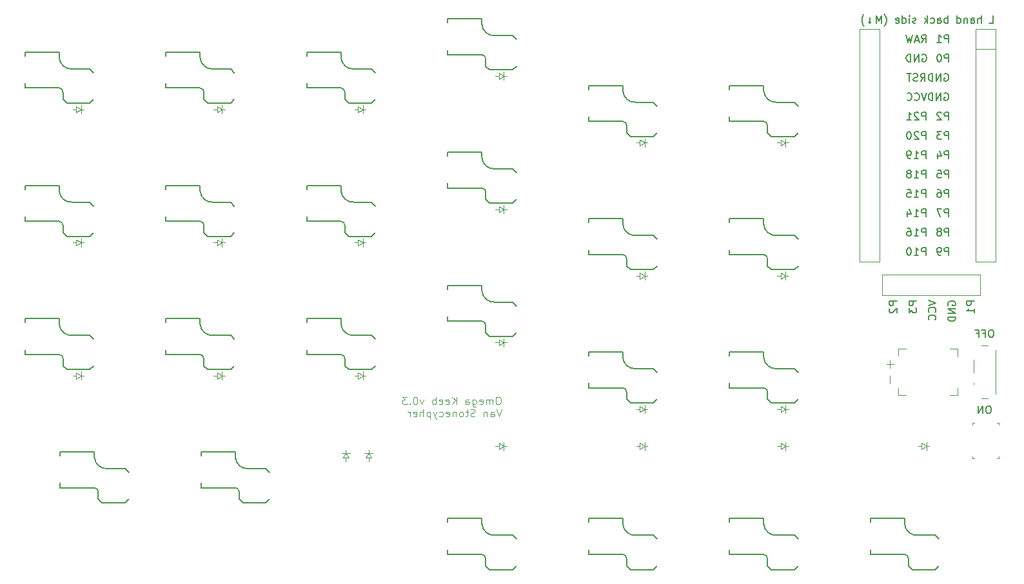
<source format=gbr>
%TF.GenerationSoftware,KiCad,Pcbnew,8.0.7*%
%TF.CreationDate,2025-01-06T08:36:51-06:00*%
%TF.ProjectId,omega_pcb_mbx_v0.3,6f6d6567-615f-4706-9362-5f6d62785f76,v1.0.0*%
%TF.SameCoordinates,Original*%
%TF.FileFunction,Legend,Bot*%
%TF.FilePolarity,Positive*%
%FSLAX46Y46*%
G04 Gerber Fmt 4.6, Leading zero omitted, Abs format (unit mm)*
G04 Created by KiCad (PCBNEW 8.0.7) date 2025-01-06 08:36:51*
%MOMM*%
%LPD*%
G01*
G04 APERTURE LIST*
%ADD10C,0.100000*%
%ADD11C,0.150000*%
%ADD12C,0.120000*%
G04 APERTURE END LIST*
D10*
X95255639Y-91762475D02*
X95065163Y-91762475D01*
X95065163Y-91762475D02*
X94969925Y-91810094D01*
X94969925Y-91810094D02*
X94874687Y-91905332D01*
X94874687Y-91905332D02*
X94827068Y-92095808D01*
X94827068Y-92095808D02*
X94827068Y-92429141D01*
X94827068Y-92429141D02*
X94874687Y-92619617D01*
X94874687Y-92619617D02*
X94969925Y-92714856D01*
X94969925Y-92714856D02*
X95065163Y-92762475D01*
X95065163Y-92762475D02*
X95255639Y-92762475D01*
X95255639Y-92762475D02*
X95350877Y-92714856D01*
X95350877Y-92714856D02*
X95446115Y-92619617D01*
X95446115Y-92619617D02*
X95493734Y-92429141D01*
X95493734Y-92429141D02*
X95493734Y-92095808D01*
X95493734Y-92095808D02*
X95446115Y-91905332D01*
X95446115Y-91905332D02*
X95350877Y-91810094D01*
X95350877Y-91810094D02*
X95255639Y-91762475D01*
X94398496Y-92762475D02*
X94398496Y-92095808D01*
X94398496Y-92191046D02*
X94350877Y-92143427D01*
X94350877Y-92143427D02*
X94255639Y-92095808D01*
X94255639Y-92095808D02*
X94112782Y-92095808D01*
X94112782Y-92095808D02*
X94017544Y-92143427D01*
X94017544Y-92143427D02*
X93969925Y-92238665D01*
X93969925Y-92238665D02*
X93969925Y-92762475D01*
X93969925Y-92238665D02*
X93922306Y-92143427D01*
X93922306Y-92143427D02*
X93827068Y-92095808D01*
X93827068Y-92095808D02*
X93684211Y-92095808D01*
X93684211Y-92095808D02*
X93588972Y-92143427D01*
X93588972Y-92143427D02*
X93541353Y-92238665D01*
X93541353Y-92238665D02*
X93541353Y-92762475D01*
X92684211Y-92714856D02*
X92779449Y-92762475D01*
X92779449Y-92762475D02*
X92969925Y-92762475D01*
X92969925Y-92762475D02*
X93065163Y-92714856D01*
X93065163Y-92714856D02*
X93112782Y-92619617D01*
X93112782Y-92619617D02*
X93112782Y-92238665D01*
X93112782Y-92238665D02*
X93065163Y-92143427D01*
X93065163Y-92143427D02*
X92969925Y-92095808D01*
X92969925Y-92095808D02*
X92779449Y-92095808D01*
X92779449Y-92095808D02*
X92684211Y-92143427D01*
X92684211Y-92143427D02*
X92636592Y-92238665D01*
X92636592Y-92238665D02*
X92636592Y-92333903D01*
X92636592Y-92333903D02*
X93112782Y-92429141D01*
X91779449Y-92095808D02*
X91779449Y-92905332D01*
X91779449Y-92905332D02*
X91827068Y-93000570D01*
X91827068Y-93000570D02*
X91874687Y-93048189D01*
X91874687Y-93048189D02*
X91969925Y-93095808D01*
X91969925Y-93095808D02*
X92112782Y-93095808D01*
X92112782Y-93095808D02*
X92208020Y-93048189D01*
X91779449Y-92714856D02*
X91874687Y-92762475D01*
X91874687Y-92762475D02*
X92065163Y-92762475D01*
X92065163Y-92762475D02*
X92160401Y-92714856D01*
X92160401Y-92714856D02*
X92208020Y-92667236D01*
X92208020Y-92667236D02*
X92255639Y-92571998D01*
X92255639Y-92571998D02*
X92255639Y-92286284D01*
X92255639Y-92286284D02*
X92208020Y-92191046D01*
X92208020Y-92191046D02*
X92160401Y-92143427D01*
X92160401Y-92143427D02*
X92065163Y-92095808D01*
X92065163Y-92095808D02*
X91874687Y-92095808D01*
X91874687Y-92095808D02*
X91779449Y-92143427D01*
X90874687Y-92762475D02*
X90874687Y-92238665D01*
X90874687Y-92238665D02*
X90922306Y-92143427D01*
X90922306Y-92143427D02*
X91017544Y-92095808D01*
X91017544Y-92095808D02*
X91208020Y-92095808D01*
X91208020Y-92095808D02*
X91303258Y-92143427D01*
X90874687Y-92714856D02*
X90969925Y-92762475D01*
X90969925Y-92762475D02*
X91208020Y-92762475D01*
X91208020Y-92762475D02*
X91303258Y-92714856D01*
X91303258Y-92714856D02*
X91350877Y-92619617D01*
X91350877Y-92619617D02*
X91350877Y-92524379D01*
X91350877Y-92524379D02*
X91303258Y-92429141D01*
X91303258Y-92429141D02*
X91208020Y-92381522D01*
X91208020Y-92381522D02*
X90969925Y-92381522D01*
X90969925Y-92381522D02*
X90874687Y-92333903D01*
X89636591Y-92762475D02*
X89636591Y-91762475D01*
X89065163Y-92762475D02*
X89493734Y-92191046D01*
X89065163Y-91762475D02*
X89636591Y-92333903D01*
X88255639Y-92714856D02*
X88350877Y-92762475D01*
X88350877Y-92762475D02*
X88541353Y-92762475D01*
X88541353Y-92762475D02*
X88636591Y-92714856D01*
X88636591Y-92714856D02*
X88684210Y-92619617D01*
X88684210Y-92619617D02*
X88684210Y-92238665D01*
X88684210Y-92238665D02*
X88636591Y-92143427D01*
X88636591Y-92143427D02*
X88541353Y-92095808D01*
X88541353Y-92095808D02*
X88350877Y-92095808D01*
X88350877Y-92095808D02*
X88255639Y-92143427D01*
X88255639Y-92143427D02*
X88208020Y-92238665D01*
X88208020Y-92238665D02*
X88208020Y-92333903D01*
X88208020Y-92333903D02*
X88684210Y-92429141D01*
X87398496Y-92714856D02*
X87493734Y-92762475D01*
X87493734Y-92762475D02*
X87684210Y-92762475D01*
X87684210Y-92762475D02*
X87779448Y-92714856D01*
X87779448Y-92714856D02*
X87827067Y-92619617D01*
X87827067Y-92619617D02*
X87827067Y-92238665D01*
X87827067Y-92238665D02*
X87779448Y-92143427D01*
X87779448Y-92143427D02*
X87684210Y-92095808D01*
X87684210Y-92095808D02*
X87493734Y-92095808D01*
X87493734Y-92095808D02*
X87398496Y-92143427D01*
X87398496Y-92143427D02*
X87350877Y-92238665D01*
X87350877Y-92238665D02*
X87350877Y-92333903D01*
X87350877Y-92333903D02*
X87827067Y-92429141D01*
X86922305Y-92762475D02*
X86922305Y-91762475D01*
X86922305Y-92143427D02*
X86827067Y-92095808D01*
X86827067Y-92095808D02*
X86636591Y-92095808D01*
X86636591Y-92095808D02*
X86541353Y-92143427D01*
X86541353Y-92143427D02*
X86493734Y-92191046D01*
X86493734Y-92191046D02*
X86446115Y-92286284D01*
X86446115Y-92286284D02*
X86446115Y-92571998D01*
X86446115Y-92571998D02*
X86493734Y-92667236D01*
X86493734Y-92667236D02*
X86541353Y-92714856D01*
X86541353Y-92714856D02*
X86636591Y-92762475D01*
X86636591Y-92762475D02*
X86827067Y-92762475D01*
X86827067Y-92762475D02*
X86922305Y-92714856D01*
X85350876Y-92095808D02*
X85112781Y-92762475D01*
X85112781Y-92762475D02*
X84874686Y-92095808D01*
X84303257Y-91762475D02*
X84208019Y-91762475D01*
X84208019Y-91762475D02*
X84112781Y-91810094D01*
X84112781Y-91810094D02*
X84065162Y-91857713D01*
X84065162Y-91857713D02*
X84017543Y-91952951D01*
X84017543Y-91952951D02*
X83969924Y-92143427D01*
X83969924Y-92143427D02*
X83969924Y-92381522D01*
X83969924Y-92381522D02*
X84017543Y-92571998D01*
X84017543Y-92571998D02*
X84065162Y-92667236D01*
X84065162Y-92667236D02*
X84112781Y-92714856D01*
X84112781Y-92714856D02*
X84208019Y-92762475D01*
X84208019Y-92762475D02*
X84303257Y-92762475D01*
X84303257Y-92762475D02*
X84398495Y-92714856D01*
X84398495Y-92714856D02*
X84446114Y-92667236D01*
X84446114Y-92667236D02*
X84493733Y-92571998D01*
X84493733Y-92571998D02*
X84541352Y-92381522D01*
X84541352Y-92381522D02*
X84541352Y-92143427D01*
X84541352Y-92143427D02*
X84493733Y-91952951D01*
X84493733Y-91952951D02*
X84446114Y-91857713D01*
X84446114Y-91857713D02*
X84398495Y-91810094D01*
X84398495Y-91810094D02*
X84303257Y-91762475D01*
X83541352Y-92667236D02*
X83493733Y-92714856D01*
X83493733Y-92714856D02*
X83541352Y-92762475D01*
X83541352Y-92762475D02*
X83588971Y-92714856D01*
X83588971Y-92714856D02*
X83541352Y-92667236D01*
X83541352Y-92667236D02*
X83541352Y-92762475D01*
X83160400Y-91762475D02*
X82541353Y-91762475D01*
X82541353Y-91762475D02*
X82874686Y-92143427D01*
X82874686Y-92143427D02*
X82731829Y-92143427D01*
X82731829Y-92143427D02*
X82636591Y-92191046D01*
X82636591Y-92191046D02*
X82588972Y-92238665D01*
X82588972Y-92238665D02*
X82541353Y-92333903D01*
X82541353Y-92333903D02*
X82541353Y-92571998D01*
X82541353Y-92571998D02*
X82588972Y-92667236D01*
X82588972Y-92667236D02*
X82636591Y-92714856D01*
X82636591Y-92714856D02*
X82731829Y-92762475D01*
X82731829Y-92762475D02*
X83017543Y-92762475D01*
X83017543Y-92762475D02*
X83112781Y-92714856D01*
X83112781Y-92714856D02*
X83160400Y-92667236D01*
X95588972Y-93372419D02*
X95255639Y-94372419D01*
X95255639Y-94372419D02*
X94922306Y-93372419D01*
X94160401Y-94372419D02*
X94160401Y-93848609D01*
X94160401Y-93848609D02*
X94208020Y-93753371D01*
X94208020Y-93753371D02*
X94303258Y-93705752D01*
X94303258Y-93705752D02*
X94493734Y-93705752D01*
X94493734Y-93705752D02*
X94588972Y-93753371D01*
X94160401Y-94324800D02*
X94255639Y-94372419D01*
X94255639Y-94372419D02*
X94493734Y-94372419D01*
X94493734Y-94372419D02*
X94588972Y-94324800D01*
X94588972Y-94324800D02*
X94636591Y-94229561D01*
X94636591Y-94229561D02*
X94636591Y-94134323D01*
X94636591Y-94134323D02*
X94588972Y-94039085D01*
X94588972Y-94039085D02*
X94493734Y-93991466D01*
X94493734Y-93991466D02*
X94255639Y-93991466D01*
X94255639Y-93991466D02*
X94160401Y-93943847D01*
X93684210Y-93705752D02*
X93684210Y-94372419D01*
X93684210Y-93800990D02*
X93636591Y-93753371D01*
X93636591Y-93753371D02*
X93541353Y-93705752D01*
X93541353Y-93705752D02*
X93398496Y-93705752D01*
X93398496Y-93705752D02*
X93303258Y-93753371D01*
X93303258Y-93753371D02*
X93255639Y-93848609D01*
X93255639Y-93848609D02*
X93255639Y-94372419D01*
X92065162Y-94324800D02*
X91922305Y-94372419D01*
X91922305Y-94372419D02*
X91684210Y-94372419D01*
X91684210Y-94372419D02*
X91588972Y-94324800D01*
X91588972Y-94324800D02*
X91541353Y-94277180D01*
X91541353Y-94277180D02*
X91493734Y-94181942D01*
X91493734Y-94181942D02*
X91493734Y-94086704D01*
X91493734Y-94086704D02*
X91541353Y-93991466D01*
X91541353Y-93991466D02*
X91588972Y-93943847D01*
X91588972Y-93943847D02*
X91684210Y-93896228D01*
X91684210Y-93896228D02*
X91874686Y-93848609D01*
X91874686Y-93848609D02*
X91969924Y-93800990D01*
X91969924Y-93800990D02*
X92017543Y-93753371D01*
X92017543Y-93753371D02*
X92065162Y-93658133D01*
X92065162Y-93658133D02*
X92065162Y-93562895D01*
X92065162Y-93562895D02*
X92017543Y-93467657D01*
X92017543Y-93467657D02*
X91969924Y-93420038D01*
X91969924Y-93420038D02*
X91874686Y-93372419D01*
X91874686Y-93372419D02*
X91636591Y-93372419D01*
X91636591Y-93372419D02*
X91493734Y-93420038D01*
X91208019Y-93705752D02*
X90827067Y-93705752D01*
X91065162Y-93372419D02*
X91065162Y-94229561D01*
X91065162Y-94229561D02*
X91017543Y-94324800D01*
X91017543Y-94324800D02*
X90922305Y-94372419D01*
X90922305Y-94372419D02*
X90827067Y-94372419D01*
X90350876Y-94372419D02*
X90446114Y-94324800D01*
X90446114Y-94324800D02*
X90493733Y-94277180D01*
X90493733Y-94277180D02*
X90541352Y-94181942D01*
X90541352Y-94181942D02*
X90541352Y-93896228D01*
X90541352Y-93896228D02*
X90493733Y-93800990D01*
X90493733Y-93800990D02*
X90446114Y-93753371D01*
X90446114Y-93753371D02*
X90350876Y-93705752D01*
X90350876Y-93705752D02*
X90208019Y-93705752D01*
X90208019Y-93705752D02*
X90112781Y-93753371D01*
X90112781Y-93753371D02*
X90065162Y-93800990D01*
X90065162Y-93800990D02*
X90017543Y-93896228D01*
X90017543Y-93896228D02*
X90017543Y-94181942D01*
X90017543Y-94181942D02*
X90065162Y-94277180D01*
X90065162Y-94277180D02*
X90112781Y-94324800D01*
X90112781Y-94324800D02*
X90208019Y-94372419D01*
X90208019Y-94372419D02*
X90350876Y-94372419D01*
X89588971Y-93705752D02*
X89588971Y-94372419D01*
X89588971Y-93800990D02*
X89541352Y-93753371D01*
X89541352Y-93753371D02*
X89446114Y-93705752D01*
X89446114Y-93705752D02*
X89303257Y-93705752D01*
X89303257Y-93705752D02*
X89208019Y-93753371D01*
X89208019Y-93753371D02*
X89160400Y-93848609D01*
X89160400Y-93848609D02*
X89160400Y-94372419D01*
X88303257Y-94324800D02*
X88398495Y-94372419D01*
X88398495Y-94372419D02*
X88588971Y-94372419D01*
X88588971Y-94372419D02*
X88684209Y-94324800D01*
X88684209Y-94324800D02*
X88731828Y-94229561D01*
X88731828Y-94229561D02*
X88731828Y-93848609D01*
X88731828Y-93848609D02*
X88684209Y-93753371D01*
X88684209Y-93753371D02*
X88588971Y-93705752D01*
X88588971Y-93705752D02*
X88398495Y-93705752D01*
X88398495Y-93705752D02*
X88303257Y-93753371D01*
X88303257Y-93753371D02*
X88255638Y-93848609D01*
X88255638Y-93848609D02*
X88255638Y-93943847D01*
X88255638Y-93943847D02*
X88731828Y-94039085D01*
X87398495Y-94324800D02*
X87493733Y-94372419D01*
X87493733Y-94372419D02*
X87684209Y-94372419D01*
X87684209Y-94372419D02*
X87779447Y-94324800D01*
X87779447Y-94324800D02*
X87827066Y-94277180D01*
X87827066Y-94277180D02*
X87874685Y-94181942D01*
X87874685Y-94181942D02*
X87874685Y-93896228D01*
X87874685Y-93896228D02*
X87827066Y-93800990D01*
X87827066Y-93800990D02*
X87779447Y-93753371D01*
X87779447Y-93753371D02*
X87684209Y-93705752D01*
X87684209Y-93705752D02*
X87493733Y-93705752D01*
X87493733Y-93705752D02*
X87398495Y-93753371D01*
X87065161Y-93705752D02*
X86827066Y-94372419D01*
X86588971Y-93705752D02*
X86827066Y-94372419D01*
X86827066Y-94372419D02*
X86922304Y-94610514D01*
X86922304Y-94610514D02*
X86969923Y-94658133D01*
X86969923Y-94658133D02*
X87065161Y-94705752D01*
X86208018Y-93705752D02*
X86208018Y-94705752D01*
X86208018Y-93753371D02*
X86112780Y-93705752D01*
X86112780Y-93705752D02*
X85922304Y-93705752D01*
X85922304Y-93705752D02*
X85827066Y-93753371D01*
X85827066Y-93753371D02*
X85779447Y-93800990D01*
X85779447Y-93800990D02*
X85731828Y-93896228D01*
X85731828Y-93896228D02*
X85731828Y-94181942D01*
X85731828Y-94181942D02*
X85779447Y-94277180D01*
X85779447Y-94277180D02*
X85827066Y-94324800D01*
X85827066Y-94324800D02*
X85922304Y-94372419D01*
X85922304Y-94372419D02*
X86112780Y-94372419D01*
X86112780Y-94372419D02*
X86208018Y-94324800D01*
X85303256Y-94372419D02*
X85303256Y-93372419D01*
X84874685Y-94372419D02*
X84874685Y-93848609D01*
X84874685Y-93848609D02*
X84922304Y-93753371D01*
X84922304Y-93753371D02*
X85017542Y-93705752D01*
X85017542Y-93705752D02*
X85160399Y-93705752D01*
X85160399Y-93705752D02*
X85255637Y-93753371D01*
X85255637Y-93753371D02*
X85303256Y-93800990D01*
X84017542Y-94324800D02*
X84112780Y-94372419D01*
X84112780Y-94372419D02*
X84303256Y-94372419D01*
X84303256Y-94372419D02*
X84398494Y-94324800D01*
X84398494Y-94324800D02*
X84446113Y-94229561D01*
X84446113Y-94229561D02*
X84446113Y-93848609D01*
X84446113Y-93848609D02*
X84398494Y-93753371D01*
X84398494Y-93753371D02*
X84303256Y-93705752D01*
X84303256Y-93705752D02*
X84112780Y-93705752D01*
X84112780Y-93705752D02*
X84017542Y-93753371D01*
X84017542Y-93753371D02*
X83969923Y-93848609D01*
X83969923Y-93848609D02*
X83969923Y-93943847D01*
X83969923Y-93943847D02*
X84446113Y-94039085D01*
X83541351Y-94372419D02*
X83541351Y-93705752D01*
X83541351Y-93896228D02*
X83493732Y-93800990D01*
X83493732Y-93800990D02*
X83446113Y-93753371D01*
X83446113Y-93753371D02*
X83350875Y-93705752D01*
X83350875Y-93705752D02*
X83255637Y-93705752D01*
D11*
X147474819Y-79211779D02*
X146474819Y-79211779D01*
X146474819Y-79211779D02*
X146474819Y-79592731D01*
X146474819Y-79592731D02*
X146522438Y-79687969D01*
X146522438Y-79687969D02*
X146570057Y-79735588D01*
X146570057Y-79735588D02*
X146665295Y-79783207D01*
X146665295Y-79783207D02*
X146808152Y-79783207D01*
X146808152Y-79783207D02*
X146903390Y-79735588D01*
X146903390Y-79735588D02*
X146951009Y-79687969D01*
X146951009Y-79687969D02*
X146998628Y-79592731D01*
X146998628Y-79592731D02*
X146998628Y-79211779D01*
X146570057Y-80164160D02*
X146522438Y-80211779D01*
X146522438Y-80211779D02*
X146474819Y-80307017D01*
X146474819Y-80307017D02*
X146474819Y-80545112D01*
X146474819Y-80545112D02*
X146522438Y-80640350D01*
X146522438Y-80640350D02*
X146570057Y-80687969D01*
X146570057Y-80687969D02*
X146665295Y-80735588D01*
X146665295Y-80735588D02*
X146760533Y-80735588D01*
X146760533Y-80735588D02*
X146903390Y-80687969D01*
X146903390Y-80687969D02*
X147474819Y-80116541D01*
X147474819Y-80116541D02*
X147474819Y-80735588D01*
X150074819Y-79211779D02*
X149074819Y-79211779D01*
X149074819Y-79211779D02*
X149074819Y-79592731D01*
X149074819Y-79592731D02*
X149122438Y-79687969D01*
X149122438Y-79687969D02*
X149170057Y-79735588D01*
X149170057Y-79735588D02*
X149265295Y-79783207D01*
X149265295Y-79783207D02*
X149408152Y-79783207D01*
X149408152Y-79783207D02*
X149503390Y-79735588D01*
X149503390Y-79735588D02*
X149551009Y-79687969D01*
X149551009Y-79687969D02*
X149598628Y-79592731D01*
X149598628Y-79592731D02*
X149598628Y-79211779D01*
X149074819Y-80116541D02*
X149074819Y-80735588D01*
X149074819Y-80735588D02*
X149455771Y-80402255D01*
X149455771Y-80402255D02*
X149455771Y-80545112D01*
X149455771Y-80545112D02*
X149503390Y-80640350D01*
X149503390Y-80640350D02*
X149551009Y-80687969D01*
X149551009Y-80687969D02*
X149646247Y-80735588D01*
X149646247Y-80735588D02*
X149884342Y-80735588D01*
X149884342Y-80735588D02*
X149979580Y-80687969D01*
X149979580Y-80687969D02*
X150027200Y-80640350D01*
X150027200Y-80640350D02*
X150074819Y-80545112D01*
X150074819Y-80545112D02*
X150074819Y-80259398D01*
X150074819Y-80259398D02*
X150027200Y-80164160D01*
X150027200Y-80164160D02*
X149979580Y-80116541D01*
X157674819Y-79211779D02*
X156674819Y-79211779D01*
X156674819Y-79211779D02*
X156674819Y-79592731D01*
X156674819Y-79592731D02*
X156722438Y-79687969D01*
X156722438Y-79687969D02*
X156770057Y-79735588D01*
X156770057Y-79735588D02*
X156865295Y-79783207D01*
X156865295Y-79783207D02*
X157008152Y-79783207D01*
X157008152Y-79783207D02*
X157103390Y-79735588D01*
X157103390Y-79735588D02*
X157151009Y-79687969D01*
X157151009Y-79687969D02*
X157198628Y-79592731D01*
X157198628Y-79592731D02*
X157198628Y-79211779D01*
X157674819Y-80735588D02*
X157674819Y-80164160D01*
X157674819Y-80449874D02*
X156674819Y-80449874D01*
X156674819Y-80449874D02*
X156817676Y-80354636D01*
X156817676Y-80354636D02*
X156912914Y-80259398D01*
X156912914Y-80259398D02*
X156960533Y-80164160D01*
X154222438Y-79735588D02*
X154174819Y-79640350D01*
X154174819Y-79640350D02*
X154174819Y-79497493D01*
X154174819Y-79497493D02*
X154222438Y-79354636D01*
X154222438Y-79354636D02*
X154317676Y-79259398D01*
X154317676Y-79259398D02*
X154412914Y-79211779D01*
X154412914Y-79211779D02*
X154603390Y-79164160D01*
X154603390Y-79164160D02*
X154746247Y-79164160D01*
X154746247Y-79164160D02*
X154936723Y-79211779D01*
X154936723Y-79211779D02*
X155031961Y-79259398D01*
X155031961Y-79259398D02*
X155127200Y-79354636D01*
X155127200Y-79354636D02*
X155174819Y-79497493D01*
X155174819Y-79497493D02*
X155174819Y-79592731D01*
X155174819Y-79592731D02*
X155127200Y-79735588D01*
X155127200Y-79735588D02*
X155079580Y-79783207D01*
X155079580Y-79783207D02*
X154746247Y-79783207D01*
X154746247Y-79783207D02*
X154746247Y-79592731D01*
X155174819Y-80211779D02*
X154174819Y-80211779D01*
X154174819Y-80211779D02*
X155174819Y-80783207D01*
X155174819Y-80783207D02*
X154174819Y-80783207D01*
X155174819Y-81259398D02*
X154174819Y-81259398D01*
X154174819Y-81259398D02*
X154174819Y-81497493D01*
X154174819Y-81497493D02*
X154222438Y-81640350D01*
X154222438Y-81640350D02*
X154317676Y-81735588D01*
X154317676Y-81735588D02*
X154412914Y-81783207D01*
X154412914Y-81783207D02*
X154603390Y-81830826D01*
X154603390Y-81830826D02*
X154746247Y-81830826D01*
X154746247Y-81830826D02*
X154936723Y-81783207D01*
X154936723Y-81783207D02*
X155031961Y-81735588D01*
X155031961Y-81735588D02*
X155127200Y-81640350D01*
X155127200Y-81640350D02*
X155174819Y-81497493D01*
X155174819Y-81497493D02*
X155174819Y-81259398D01*
X151604819Y-79068922D02*
X152604819Y-79402255D01*
X152604819Y-79402255D02*
X151604819Y-79735588D01*
X152509580Y-80640350D02*
X152557200Y-80592731D01*
X152557200Y-80592731D02*
X152604819Y-80449874D01*
X152604819Y-80449874D02*
X152604819Y-80354636D01*
X152604819Y-80354636D02*
X152557200Y-80211779D01*
X152557200Y-80211779D02*
X152461961Y-80116541D01*
X152461961Y-80116541D02*
X152366723Y-80068922D01*
X152366723Y-80068922D02*
X152176247Y-80021303D01*
X152176247Y-80021303D02*
X152033390Y-80021303D01*
X152033390Y-80021303D02*
X151842914Y-80068922D01*
X151842914Y-80068922D02*
X151747676Y-80116541D01*
X151747676Y-80116541D02*
X151652438Y-80211779D01*
X151652438Y-80211779D02*
X151604819Y-80354636D01*
X151604819Y-80354636D02*
X151604819Y-80449874D01*
X151604819Y-80449874D02*
X151652438Y-80592731D01*
X151652438Y-80592731D02*
X151700057Y-80640350D01*
X152509580Y-81640350D02*
X152557200Y-81592731D01*
X152557200Y-81592731D02*
X152604819Y-81449874D01*
X152604819Y-81449874D02*
X152604819Y-81354636D01*
X152604819Y-81354636D02*
X152557200Y-81211779D01*
X152557200Y-81211779D02*
X152461961Y-81116541D01*
X152461961Y-81116541D02*
X152366723Y-81068922D01*
X152366723Y-81068922D02*
X152176247Y-81021303D01*
X152176247Y-81021303D02*
X152033390Y-81021303D01*
X152033390Y-81021303D02*
X151842914Y-81068922D01*
X151842914Y-81068922D02*
X151747676Y-81116541D01*
X151747676Y-81116541D02*
X151652438Y-81211779D01*
X151652438Y-81211779D02*
X151604819Y-81354636D01*
X151604819Y-81354636D02*
X151604819Y-81449874D01*
X151604819Y-81449874D02*
X151652438Y-81592731D01*
X151652438Y-81592731D02*
X151700057Y-81640350D01*
X151264285Y-73169819D02*
X151264285Y-72169819D01*
X151264285Y-72169819D02*
X150883333Y-72169819D01*
X150883333Y-72169819D02*
X150788095Y-72217438D01*
X150788095Y-72217438D02*
X150740476Y-72265057D01*
X150740476Y-72265057D02*
X150692857Y-72360295D01*
X150692857Y-72360295D02*
X150692857Y-72503152D01*
X150692857Y-72503152D02*
X150740476Y-72598390D01*
X150740476Y-72598390D02*
X150788095Y-72646009D01*
X150788095Y-72646009D02*
X150883333Y-72693628D01*
X150883333Y-72693628D02*
X151264285Y-72693628D01*
X149740476Y-73169819D02*
X150311904Y-73169819D01*
X150026190Y-73169819D02*
X150026190Y-72169819D01*
X150026190Y-72169819D02*
X150121428Y-72312676D01*
X150121428Y-72312676D02*
X150216666Y-72407914D01*
X150216666Y-72407914D02*
X150311904Y-72455533D01*
X149121428Y-72169819D02*
X149026190Y-72169819D01*
X149026190Y-72169819D02*
X148930952Y-72217438D01*
X148930952Y-72217438D02*
X148883333Y-72265057D01*
X148883333Y-72265057D02*
X148835714Y-72360295D01*
X148835714Y-72360295D02*
X148788095Y-72550771D01*
X148788095Y-72550771D02*
X148788095Y-72788866D01*
X148788095Y-72788866D02*
X148835714Y-72979342D01*
X148835714Y-72979342D02*
X148883333Y-73074580D01*
X148883333Y-73074580D02*
X148930952Y-73122200D01*
X148930952Y-73122200D02*
X149026190Y-73169819D01*
X149026190Y-73169819D02*
X149121428Y-73169819D01*
X149121428Y-73169819D02*
X149216666Y-73122200D01*
X149216666Y-73122200D02*
X149264285Y-73074580D01*
X149264285Y-73074580D02*
X149311904Y-72979342D01*
X149311904Y-72979342D02*
X149359523Y-72788866D01*
X149359523Y-72788866D02*
X149359523Y-72550771D01*
X149359523Y-72550771D02*
X149311904Y-72360295D01*
X149311904Y-72360295D02*
X149264285Y-72265057D01*
X149264285Y-72265057D02*
X149216666Y-72217438D01*
X149216666Y-72217438D02*
X149121428Y-72169819D01*
X151264285Y-65549819D02*
X151264285Y-64549819D01*
X151264285Y-64549819D02*
X150883333Y-64549819D01*
X150883333Y-64549819D02*
X150788095Y-64597438D01*
X150788095Y-64597438D02*
X150740476Y-64645057D01*
X150740476Y-64645057D02*
X150692857Y-64740295D01*
X150692857Y-64740295D02*
X150692857Y-64883152D01*
X150692857Y-64883152D02*
X150740476Y-64978390D01*
X150740476Y-64978390D02*
X150788095Y-65026009D01*
X150788095Y-65026009D02*
X150883333Y-65073628D01*
X150883333Y-65073628D02*
X151264285Y-65073628D01*
X149740476Y-65549819D02*
X150311904Y-65549819D01*
X150026190Y-65549819D02*
X150026190Y-64549819D01*
X150026190Y-64549819D02*
X150121428Y-64692676D01*
X150121428Y-64692676D02*
X150216666Y-64787914D01*
X150216666Y-64787914D02*
X150311904Y-64835533D01*
X148835714Y-64549819D02*
X149311904Y-64549819D01*
X149311904Y-64549819D02*
X149359523Y-65026009D01*
X149359523Y-65026009D02*
X149311904Y-64978390D01*
X149311904Y-64978390D02*
X149216666Y-64930771D01*
X149216666Y-64930771D02*
X148978571Y-64930771D01*
X148978571Y-64930771D02*
X148883333Y-64978390D01*
X148883333Y-64978390D02*
X148835714Y-65026009D01*
X148835714Y-65026009D02*
X148788095Y-65121247D01*
X148788095Y-65121247D02*
X148788095Y-65359342D01*
X148788095Y-65359342D02*
X148835714Y-65454580D01*
X148835714Y-65454580D02*
X148883333Y-65502200D01*
X148883333Y-65502200D02*
X148978571Y-65549819D01*
X148978571Y-65549819D02*
X149216666Y-65549819D01*
X149216666Y-65549819D02*
X149311904Y-65502200D01*
X149311904Y-65502200D02*
X149359523Y-65454580D01*
X154278094Y-60469819D02*
X154278094Y-59469819D01*
X154278094Y-59469819D02*
X153897142Y-59469819D01*
X153897142Y-59469819D02*
X153801904Y-59517438D01*
X153801904Y-59517438D02*
X153754285Y-59565057D01*
X153754285Y-59565057D02*
X153706666Y-59660295D01*
X153706666Y-59660295D02*
X153706666Y-59803152D01*
X153706666Y-59803152D02*
X153754285Y-59898390D01*
X153754285Y-59898390D02*
X153801904Y-59946009D01*
X153801904Y-59946009D02*
X153897142Y-59993628D01*
X153897142Y-59993628D02*
X154278094Y-59993628D01*
X152849523Y-59803152D02*
X152849523Y-60469819D01*
X153087618Y-59422200D02*
X153325713Y-60136485D01*
X153325713Y-60136485D02*
X152706666Y-60136485D01*
X151264285Y-60469819D02*
X151264285Y-59469819D01*
X151264285Y-59469819D02*
X150883333Y-59469819D01*
X150883333Y-59469819D02*
X150788095Y-59517438D01*
X150788095Y-59517438D02*
X150740476Y-59565057D01*
X150740476Y-59565057D02*
X150692857Y-59660295D01*
X150692857Y-59660295D02*
X150692857Y-59803152D01*
X150692857Y-59803152D02*
X150740476Y-59898390D01*
X150740476Y-59898390D02*
X150788095Y-59946009D01*
X150788095Y-59946009D02*
X150883333Y-59993628D01*
X150883333Y-59993628D02*
X151264285Y-59993628D01*
X149740476Y-60469819D02*
X150311904Y-60469819D01*
X150026190Y-60469819D02*
X150026190Y-59469819D01*
X150026190Y-59469819D02*
X150121428Y-59612676D01*
X150121428Y-59612676D02*
X150216666Y-59707914D01*
X150216666Y-59707914D02*
X150311904Y-59755533D01*
X149264285Y-60469819D02*
X149073809Y-60469819D01*
X149073809Y-60469819D02*
X148978571Y-60422200D01*
X148978571Y-60422200D02*
X148930952Y-60374580D01*
X148930952Y-60374580D02*
X148835714Y-60231723D01*
X148835714Y-60231723D02*
X148788095Y-60041247D01*
X148788095Y-60041247D02*
X148788095Y-59660295D01*
X148788095Y-59660295D02*
X148835714Y-59565057D01*
X148835714Y-59565057D02*
X148883333Y-59517438D01*
X148883333Y-59517438D02*
X148978571Y-59469819D01*
X148978571Y-59469819D02*
X149169047Y-59469819D01*
X149169047Y-59469819D02*
X149264285Y-59517438D01*
X149264285Y-59517438D02*
X149311904Y-59565057D01*
X149311904Y-59565057D02*
X149359523Y-59660295D01*
X149359523Y-59660295D02*
X149359523Y-59898390D01*
X149359523Y-59898390D02*
X149311904Y-59993628D01*
X149311904Y-59993628D02*
X149264285Y-60041247D01*
X149264285Y-60041247D02*
X149169047Y-60088866D01*
X149169047Y-60088866D02*
X148978571Y-60088866D01*
X148978571Y-60088866D02*
X148883333Y-60041247D01*
X148883333Y-60041247D02*
X148835714Y-59993628D01*
X148835714Y-59993628D02*
X148788095Y-59898390D01*
X151264285Y-70629819D02*
X151264285Y-69629819D01*
X151264285Y-69629819D02*
X150883333Y-69629819D01*
X150883333Y-69629819D02*
X150788095Y-69677438D01*
X150788095Y-69677438D02*
X150740476Y-69725057D01*
X150740476Y-69725057D02*
X150692857Y-69820295D01*
X150692857Y-69820295D02*
X150692857Y-69963152D01*
X150692857Y-69963152D02*
X150740476Y-70058390D01*
X150740476Y-70058390D02*
X150788095Y-70106009D01*
X150788095Y-70106009D02*
X150883333Y-70153628D01*
X150883333Y-70153628D02*
X151264285Y-70153628D01*
X149740476Y-70629819D02*
X150311904Y-70629819D01*
X150026190Y-70629819D02*
X150026190Y-69629819D01*
X150026190Y-69629819D02*
X150121428Y-69772676D01*
X150121428Y-69772676D02*
X150216666Y-69867914D01*
X150216666Y-69867914D02*
X150311904Y-69915533D01*
X148883333Y-69629819D02*
X149073809Y-69629819D01*
X149073809Y-69629819D02*
X149169047Y-69677438D01*
X149169047Y-69677438D02*
X149216666Y-69725057D01*
X149216666Y-69725057D02*
X149311904Y-69867914D01*
X149311904Y-69867914D02*
X149359523Y-70058390D01*
X149359523Y-70058390D02*
X149359523Y-70439342D01*
X149359523Y-70439342D02*
X149311904Y-70534580D01*
X149311904Y-70534580D02*
X149264285Y-70582200D01*
X149264285Y-70582200D02*
X149169047Y-70629819D01*
X149169047Y-70629819D02*
X148978571Y-70629819D01*
X148978571Y-70629819D02*
X148883333Y-70582200D01*
X148883333Y-70582200D02*
X148835714Y-70534580D01*
X148835714Y-70534580D02*
X148788095Y-70439342D01*
X148788095Y-70439342D02*
X148788095Y-70201247D01*
X148788095Y-70201247D02*
X148835714Y-70106009D01*
X148835714Y-70106009D02*
X148883333Y-70058390D01*
X148883333Y-70058390D02*
X148978571Y-70010771D01*
X148978571Y-70010771D02*
X149169047Y-70010771D01*
X149169047Y-70010771D02*
X149264285Y-70058390D01*
X149264285Y-70058390D02*
X149311904Y-70106009D01*
X149311904Y-70106009D02*
X149359523Y-70201247D01*
X154278094Y-47769819D02*
X154278094Y-46769819D01*
X154278094Y-46769819D02*
X153897142Y-46769819D01*
X153897142Y-46769819D02*
X153801904Y-46817438D01*
X153801904Y-46817438D02*
X153754285Y-46865057D01*
X153754285Y-46865057D02*
X153706666Y-46960295D01*
X153706666Y-46960295D02*
X153706666Y-47103152D01*
X153706666Y-47103152D02*
X153754285Y-47198390D01*
X153754285Y-47198390D02*
X153801904Y-47246009D01*
X153801904Y-47246009D02*
X153897142Y-47293628D01*
X153897142Y-47293628D02*
X154278094Y-47293628D01*
X153087618Y-46769819D02*
X152992380Y-46769819D01*
X152992380Y-46769819D02*
X152897142Y-46817438D01*
X152897142Y-46817438D02*
X152849523Y-46865057D01*
X152849523Y-46865057D02*
X152801904Y-46960295D01*
X152801904Y-46960295D02*
X152754285Y-47150771D01*
X152754285Y-47150771D02*
X152754285Y-47388866D01*
X152754285Y-47388866D02*
X152801904Y-47579342D01*
X152801904Y-47579342D02*
X152849523Y-47674580D01*
X152849523Y-47674580D02*
X152897142Y-47722200D01*
X152897142Y-47722200D02*
X152992380Y-47769819D01*
X152992380Y-47769819D02*
X153087618Y-47769819D01*
X153087618Y-47769819D02*
X153182856Y-47722200D01*
X153182856Y-47722200D02*
X153230475Y-47674580D01*
X153230475Y-47674580D02*
X153278094Y-47579342D01*
X153278094Y-47579342D02*
X153325713Y-47388866D01*
X153325713Y-47388866D02*
X153325713Y-47150771D01*
X153325713Y-47150771D02*
X153278094Y-46960295D01*
X153278094Y-46960295D02*
X153230475Y-46865057D01*
X153230475Y-46865057D02*
X153182856Y-46817438D01*
X153182856Y-46817438D02*
X153087618Y-46769819D01*
X154278094Y-55389819D02*
X154278094Y-54389819D01*
X154278094Y-54389819D02*
X153897142Y-54389819D01*
X153897142Y-54389819D02*
X153801904Y-54437438D01*
X153801904Y-54437438D02*
X153754285Y-54485057D01*
X153754285Y-54485057D02*
X153706666Y-54580295D01*
X153706666Y-54580295D02*
X153706666Y-54723152D01*
X153706666Y-54723152D02*
X153754285Y-54818390D01*
X153754285Y-54818390D02*
X153801904Y-54866009D01*
X153801904Y-54866009D02*
X153897142Y-54913628D01*
X153897142Y-54913628D02*
X154278094Y-54913628D01*
X153325713Y-54485057D02*
X153278094Y-54437438D01*
X153278094Y-54437438D02*
X153182856Y-54389819D01*
X153182856Y-54389819D02*
X152944761Y-54389819D01*
X152944761Y-54389819D02*
X152849523Y-54437438D01*
X152849523Y-54437438D02*
X152801904Y-54485057D01*
X152801904Y-54485057D02*
X152754285Y-54580295D01*
X152754285Y-54580295D02*
X152754285Y-54675533D01*
X152754285Y-54675533D02*
X152801904Y-54818390D01*
X152801904Y-54818390D02*
X153373332Y-55389819D01*
X153373332Y-55389819D02*
X152754285Y-55389819D01*
X154278094Y-57929819D02*
X154278094Y-56929819D01*
X154278094Y-56929819D02*
X153897142Y-56929819D01*
X153897142Y-56929819D02*
X153801904Y-56977438D01*
X153801904Y-56977438D02*
X153754285Y-57025057D01*
X153754285Y-57025057D02*
X153706666Y-57120295D01*
X153706666Y-57120295D02*
X153706666Y-57263152D01*
X153706666Y-57263152D02*
X153754285Y-57358390D01*
X153754285Y-57358390D02*
X153801904Y-57406009D01*
X153801904Y-57406009D02*
X153897142Y-57453628D01*
X153897142Y-57453628D02*
X154278094Y-57453628D01*
X153373332Y-56929819D02*
X152754285Y-56929819D01*
X152754285Y-56929819D02*
X153087618Y-57310771D01*
X153087618Y-57310771D02*
X152944761Y-57310771D01*
X152944761Y-57310771D02*
X152849523Y-57358390D01*
X152849523Y-57358390D02*
X152801904Y-57406009D01*
X152801904Y-57406009D02*
X152754285Y-57501247D01*
X152754285Y-57501247D02*
X152754285Y-57739342D01*
X152754285Y-57739342D02*
X152801904Y-57834580D01*
X152801904Y-57834580D02*
X152849523Y-57882200D01*
X152849523Y-57882200D02*
X152944761Y-57929819D01*
X152944761Y-57929819D02*
X153230475Y-57929819D01*
X153230475Y-57929819D02*
X153325713Y-57882200D01*
X153325713Y-57882200D02*
X153373332Y-57834580D01*
X154278094Y-68089819D02*
X154278094Y-67089819D01*
X154278094Y-67089819D02*
X153897142Y-67089819D01*
X153897142Y-67089819D02*
X153801904Y-67137438D01*
X153801904Y-67137438D02*
X153754285Y-67185057D01*
X153754285Y-67185057D02*
X153706666Y-67280295D01*
X153706666Y-67280295D02*
X153706666Y-67423152D01*
X153706666Y-67423152D02*
X153754285Y-67518390D01*
X153754285Y-67518390D02*
X153801904Y-67566009D01*
X153801904Y-67566009D02*
X153897142Y-67613628D01*
X153897142Y-67613628D02*
X154278094Y-67613628D01*
X153373332Y-67089819D02*
X152706666Y-67089819D01*
X152706666Y-67089819D02*
X153135237Y-68089819D01*
X159642858Y-42684819D02*
X160119048Y-42684819D01*
X160119048Y-42684819D02*
X160119048Y-41684819D01*
X158547619Y-42684819D02*
X158547619Y-41684819D01*
X158119048Y-42684819D02*
X158119048Y-42161009D01*
X158119048Y-42161009D02*
X158166667Y-42065771D01*
X158166667Y-42065771D02*
X158261905Y-42018152D01*
X158261905Y-42018152D02*
X158404762Y-42018152D01*
X158404762Y-42018152D02*
X158500000Y-42065771D01*
X158500000Y-42065771D02*
X158547619Y-42113390D01*
X157214286Y-42684819D02*
X157214286Y-42161009D01*
X157214286Y-42161009D02*
X157261905Y-42065771D01*
X157261905Y-42065771D02*
X157357143Y-42018152D01*
X157357143Y-42018152D02*
X157547619Y-42018152D01*
X157547619Y-42018152D02*
X157642857Y-42065771D01*
X157214286Y-42637200D02*
X157309524Y-42684819D01*
X157309524Y-42684819D02*
X157547619Y-42684819D01*
X157547619Y-42684819D02*
X157642857Y-42637200D01*
X157642857Y-42637200D02*
X157690476Y-42541961D01*
X157690476Y-42541961D02*
X157690476Y-42446723D01*
X157690476Y-42446723D02*
X157642857Y-42351485D01*
X157642857Y-42351485D02*
X157547619Y-42303866D01*
X157547619Y-42303866D02*
X157309524Y-42303866D01*
X157309524Y-42303866D02*
X157214286Y-42256247D01*
X156738095Y-42018152D02*
X156738095Y-42684819D01*
X156738095Y-42113390D02*
X156690476Y-42065771D01*
X156690476Y-42065771D02*
X156595238Y-42018152D01*
X156595238Y-42018152D02*
X156452381Y-42018152D01*
X156452381Y-42018152D02*
X156357143Y-42065771D01*
X156357143Y-42065771D02*
X156309524Y-42161009D01*
X156309524Y-42161009D02*
X156309524Y-42684819D01*
X155404762Y-42684819D02*
X155404762Y-41684819D01*
X155404762Y-42637200D02*
X155500000Y-42684819D01*
X155500000Y-42684819D02*
X155690476Y-42684819D01*
X155690476Y-42684819D02*
X155785714Y-42637200D01*
X155785714Y-42637200D02*
X155833333Y-42589580D01*
X155833333Y-42589580D02*
X155880952Y-42494342D01*
X155880952Y-42494342D02*
X155880952Y-42208628D01*
X155880952Y-42208628D02*
X155833333Y-42113390D01*
X155833333Y-42113390D02*
X155785714Y-42065771D01*
X155785714Y-42065771D02*
X155690476Y-42018152D01*
X155690476Y-42018152D02*
X155500000Y-42018152D01*
X155500000Y-42018152D02*
X155404762Y-42065771D01*
X154166666Y-42684819D02*
X154166666Y-41684819D01*
X154166666Y-42065771D02*
X154071428Y-42018152D01*
X154071428Y-42018152D02*
X153880952Y-42018152D01*
X153880952Y-42018152D02*
X153785714Y-42065771D01*
X153785714Y-42065771D02*
X153738095Y-42113390D01*
X153738095Y-42113390D02*
X153690476Y-42208628D01*
X153690476Y-42208628D02*
X153690476Y-42494342D01*
X153690476Y-42494342D02*
X153738095Y-42589580D01*
X153738095Y-42589580D02*
X153785714Y-42637200D01*
X153785714Y-42637200D02*
X153880952Y-42684819D01*
X153880952Y-42684819D02*
X154071428Y-42684819D01*
X154071428Y-42684819D02*
X154166666Y-42637200D01*
X152833333Y-42684819D02*
X152833333Y-42161009D01*
X152833333Y-42161009D02*
X152880952Y-42065771D01*
X152880952Y-42065771D02*
X152976190Y-42018152D01*
X152976190Y-42018152D02*
X153166666Y-42018152D01*
X153166666Y-42018152D02*
X153261904Y-42065771D01*
X152833333Y-42637200D02*
X152928571Y-42684819D01*
X152928571Y-42684819D02*
X153166666Y-42684819D01*
X153166666Y-42684819D02*
X153261904Y-42637200D01*
X153261904Y-42637200D02*
X153309523Y-42541961D01*
X153309523Y-42541961D02*
X153309523Y-42446723D01*
X153309523Y-42446723D02*
X153261904Y-42351485D01*
X153261904Y-42351485D02*
X153166666Y-42303866D01*
X153166666Y-42303866D02*
X152928571Y-42303866D01*
X152928571Y-42303866D02*
X152833333Y-42256247D01*
X151928571Y-42637200D02*
X152023809Y-42684819D01*
X152023809Y-42684819D02*
X152214285Y-42684819D01*
X152214285Y-42684819D02*
X152309523Y-42637200D01*
X152309523Y-42637200D02*
X152357142Y-42589580D01*
X152357142Y-42589580D02*
X152404761Y-42494342D01*
X152404761Y-42494342D02*
X152404761Y-42208628D01*
X152404761Y-42208628D02*
X152357142Y-42113390D01*
X152357142Y-42113390D02*
X152309523Y-42065771D01*
X152309523Y-42065771D02*
X152214285Y-42018152D01*
X152214285Y-42018152D02*
X152023809Y-42018152D01*
X152023809Y-42018152D02*
X151928571Y-42065771D01*
X151499999Y-42684819D02*
X151499999Y-41684819D01*
X151404761Y-42303866D02*
X151119047Y-42684819D01*
X151119047Y-42018152D02*
X151499999Y-42399104D01*
X149976189Y-42637200D02*
X149880951Y-42684819D01*
X149880951Y-42684819D02*
X149690475Y-42684819D01*
X149690475Y-42684819D02*
X149595237Y-42637200D01*
X149595237Y-42637200D02*
X149547618Y-42541961D01*
X149547618Y-42541961D02*
X149547618Y-42494342D01*
X149547618Y-42494342D02*
X149595237Y-42399104D01*
X149595237Y-42399104D02*
X149690475Y-42351485D01*
X149690475Y-42351485D02*
X149833332Y-42351485D01*
X149833332Y-42351485D02*
X149928570Y-42303866D01*
X149928570Y-42303866D02*
X149976189Y-42208628D01*
X149976189Y-42208628D02*
X149976189Y-42161009D01*
X149976189Y-42161009D02*
X149928570Y-42065771D01*
X149928570Y-42065771D02*
X149833332Y-42018152D01*
X149833332Y-42018152D02*
X149690475Y-42018152D01*
X149690475Y-42018152D02*
X149595237Y-42065771D01*
X149119046Y-42684819D02*
X149119046Y-42018152D01*
X149119046Y-41684819D02*
X149166665Y-41732438D01*
X149166665Y-41732438D02*
X149119046Y-41780057D01*
X149119046Y-41780057D02*
X149071427Y-41732438D01*
X149071427Y-41732438D02*
X149119046Y-41684819D01*
X149119046Y-41684819D02*
X149119046Y-41780057D01*
X148214285Y-42684819D02*
X148214285Y-41684819D01*
X148214285Y-42637200D02*
X148309523Y-42684819D01*
X148309523Y-42684819D02*
X148499999Y-42684819D01*
X148499999Y-42684819D02*
X148595237Y-42637200D01*
X148595237Y-42637200D02*
X148642856Y-42589580D01*
X148642856Y-42589580D02*
X148690475Y-42494342D01*
X148690475Y-42494342D02*
X148690475Y-42208628D01*
X148690475Y-42208628D02*
X148642856Y-42113390D01*
X148642856Y-42113390D02*
X148595237Y-42065771D01*
X148595237Y-42065771D02*
X148499999Y-42018152D01*
X148499999Y-42018152D02*
X148309523Y-42018152D01*
X148309523Y-42018152D02*
X148214285Y-42065771D01*
X147357142Y-42637200D02*
X147452380Y-42684819D01*
X147452380Y-42684819D02*
X147642856Y-42684819D01*
X147642856Y-42684819D02*
X147738094Y-42637200D01*
X147738094Y-42637200D02*
X147785713Y-42541961D01*
X147785713Y-42541961D02*
X147785713Y-42161009D01*
X147785713Y-42161009D02*
X147738094Y-42065771D01*
X147738094Y-42065771D02*
X147642856Y-42018152D01*
X147642856Y-42018152D02*
X147452380Y-42018152D01*
X147452380Y-42018152D02*
X147357142Y-42065771D01*
X147357142Y-42065771D02*
X147309523Y-42161009D01*
X147309523Y-42161009D02*
X147309523Y-42256247D01*
X147309523Y-42256247D02*
X147785713Y-42351485D01*
X145833332Y-43065771D02*
X145880951Y-43018152D01*
X145880951Y-43018152D02*
X145976189Y-42875295D01*
X145976189Y-42875295D02*
X146023808Y-42780057D01*
X146023808Y-42780057D02*
X146071427Y-42637200D01*
X146071427Y-42637200D02*
X146119046Y-42399104D01*
X146119046Y-42399104D02*
X146119046Y-42208628D01*
X146119046Y-42208628D02*
X146071427Y-41970533D01*
X146071427Y-41970533D02*
X146023808Y-41827676D01*
X146023808Y-41827676D02*
X145976189Y-41732438D01*
X145976189Y-41732438D02*
X145880951Y-41589580D01*
X145880951Y-41589580D02*
X145833332Y-41541961D01*
X145452379Y-42684819D02*
X145452379Y-41684819D01*
X145452379Y-41684819D02*
X145119046Y-42399104D01*
X145119046Y-42399104D02*
X144785713Y-41684819D01*
X144785713Y-41684819D02*
X144785713Y-42684819D01*
X143928570Y-41922914D02*
X143928570Y-42684819D01*
X143738094Y-42494342D02*
X143928570Y-42684819D01*
X143928570Y-42684819D02*
X144119046Y-42494342D01*
X143166665Y-43065771D02*
X143119046Y-43018152D01*
X143119046Y-43018152D02*
X143023808Y-42875295D01*
X143023808Y-42875295D02*
X142976189Y-42780057D01*
X142976189Y-42780057D02*
X142928570Y-42637200D01*
X142928570Y-42637200D02*
X142880951Y-42399104D01*
X142880951Y-42399104D02*
X142880951Y-42208628D01*
X142880951Y-42208628D02*
X142928570Y-41970533D01*
X142928570Y-41970533D02*
X142976189Y-41827676D01*
X142976189Y-41827676D02*
X143023808Y-41732438D01*
X143023808Y-41732438D02*
X143119046Y-41589580D01*
X143119046Y-41589580D02*
X143166665Y-41541961D01*
X151264285Y-57929819D02*
X151264285Y-56929819D01*
X151264285Y-56929819D02*
X150883333Y-56929819D01*
X150883333Y-56929819D02*
X150788095Y-56977438D01*
X150788095Y-56977438D02*
X150740476Y-57025057D01*
X150740476Y-57025057D02*
X150692857Y-57120295D01*
X150692857Y-57120295D02*
X150692857Y-57263152D01*
X150692857Y-57263152D02*
X150740476Y-57358390D01*
X150740476Y-57358390D02*
X150788095Y-57406009D01*
X150788095Y-57406009D02*
X150883333Y-57453628D01*
X150883333Y-57453628D02*
X151264285Y-57453628D01*
X150311904Y-57025057D02*
X150264285Y-56977438D01*
X150264285Y-56977438D02*
X150169047Y-56929819D01*
X150169047Y-56929819D02*
X149930952Y-56929819D01*
X149930952Y-56929819D02*
X149835714Y-56977438D01*
X149835714Y-56977438D02*
X149788095Y-57025057D01*
X149788095Y-57025057D02*
X149740476Y-57120295D01*
X149740476Y-57120295D02*
X149740476Y-57215533D01*
X149740476Y-57215533D02*
X149788095Y-57358390D01*
X149788095Y-57358390D02*
X150359523Y-57929819D01*
X150359523Y-57929819D02*
X149740476Y-57929819D01*
X149121428Y-56929819D02*
X149026190Y-56929819D01*
X149026190Y-56929819D02*
X148930952Y-56977438D01*
X148930952Y-56977438D02*
X148883333Y-57025057D01*
X148883333Y-57025057D02*
X148835714Y-57120295D01*
X148835714Y-57120295D02*
X148788095Y-57310771D01*
X148788095Y-57310771D02*
X148788095Y-57548866D01*
X148788095Y-57548866D02*
X148835714Y-57739342D01*
X148835714Y-57739342D02*
X148883333Y-57834580D01*
X148883333Y-57834580D02*
X148930952Y-57882200D01*
X148930952Y-57882200D02*
X149026190Y-57929819D01*
X149026190Y-57929819D02*
X149121428Y-57929819D01*
X149121428Y-57929819D02*
X149216666Y-57882200D01*
X149216666Y-57882200D02*
X149264285Y-57834580D01*
X149264285Y-57834580D02*
X149311904Y-57739342D01*
X149311904Y-57739342D02*
X149359523Y-57548866D01*
X149359523Y-57548866D02*
X149359523Y-57310771D01*
X149359523Y-57310771D02*
X149311904Y-57120295D01*
X149311904Y-57120295D02*
X149264285Y-57025057D01*
X149264285Y-57025057D02*
X149216666Y-56977438D01*
X149216666Y-56977438D02*
X149121428Y-56929819D01*
X150740476Y-45229819D02*
X151073809Y-44753628D01*
X151311904Y-45229819D02*
X151311904Y-44229819D01*
X151311904Y-44229819D02*
X150930952Y-44229819D01*
X150930952Y-44229819D02*
X150835714Y-44277438D01*
X150835714Y-44277438D02*
X150788095Y-44325057D01*
X150788095Y-44325057D02*
X150740476Y-44420295D01*
X150740476Y-44420295D02*
X150740476Y-44563152D01*
X150740476Y-44563152D02*
X150788095Y-44658390D01*
X150788095Y-44658390D02*
X150835714Y-44706009D01*
X150835714Y-44706009D02*
X150930952Y-44753628D01*
X150930952Y-44753628D02*
X151311904Y-44753628D01*
X150359523Y-44944104D02*
X149883333Y-44944104D01*
X150454761Y-45229819D02*
X150121428Y-44229819D01*
X150121428Y-44229819D02*
X149788095Y-45229819D01*
X149549999Y-44229819D02*
X149311904Y-45229819D01*
X149311904Y-45229819D02*
X149121428Y-44515533D01*
X149121428Y-44515533D02*
X148930952Y-45229819D01*
X148930952Y-45229819D02*
X148692857Y-44229819D01*
X151264285Y-55389819D02*
X151264285Y-54389819D01*
X151264285Y-54389819D02*
X150883333Y-54389819D01*
X150883333Y-54389819D02*
X150788095Y-54437438D01*
X150788095Y-54437438D02*
X150740476Y-54485057D01*
X150740476Y-54485057D02*
X150692857Y-54580295D01*
X150692857Y-54580295D02*
X150692857Y-54723152D01*
X150692857Y-54723152D02*
X150740476Y-54818390D01*
X150740476Y-54818390D02*
X150788095Y-54866009D01*
X150788095Y-54866009D02*
X150883333Y-54913628D01*
X150883333Y-54913628D02*
X151264285Y-54913628D01*
X150311904Y-54485057D02*
X150264285Y-54437438D01*
X150264285Y-54437438D02*
X150169047Y-54389819D01*
X150169047Y-54389819D02*
X149930952Y-54389819D01*
X149930952Y-54389819D02*
X149835714Y-54437438D01*
X149835714Y-54437438D02*
X149788095Y-54485057D01*
X149788095Y-54485057D02*
X149740476Y-54580295D01*
X149740476Y-54580295D02*
X149740476Y-54675533D01*
X149740476Y-54675533D02*
X149788095Y-54818390D01*
X149788095Y-54818390D02*
X150359523Y-55389819D01*
X150359523Y-55389819D02*
X149740476Y-55389819D01*
X148788095Y-55389819D02*
X149359523Y-55389819D01*
X149073809Y-55389819D02*
X149073809Y-54389819D01*
X149073809Y-54389819D02*
X149169047Y-54532676D01*
X149169047Y-54532676D02*
X149264285Y-54627914D01*
X149264285Y-54627914D02*
X149359523Y-54675533D01*
X150811904Y-46817438D02*
X150907142Y-46769819D01*
X150907142Y-46769819D02*
X151049999Y-46769819D01*
X151049999Y-46769819D02*
X151192856Y-46817438D01*
X151192856Y-46817438D02*
X151288094Y-46912676D01*
X151288094Y-46912676D02*
X151335713Y-47007914D01*
X151335713Y-47007914D02*
X151383332Y-47198390D01*
X151383332Y-47198390D02*
X151383332Y-47341247D01*
X151383332Y-47341247D02*
X151335713Y-47531723D01*
X151335713Y-47531723D02*
X151288094Y-47626961D01*
X151288094Y-47626961D02*
X151192856Y-47722200D01*
X151192856Y-47722200D02*
X151049999Y-47769819D01*
X151049999Y-47769819D02*
X150954761Y-47769819D01*
X150954761Y-47769819D02*
X150811904Y-47722200D01*
X150811904Y-47722200D02*
X150764285Y-47674580D01*
X150764285Y-47674580D02*
X150764285Y-47341247D01*
X150764285Y-47341247D02*
X150954761Y-47341247D01*
X150335713Y-47769819D02*
X150335713Y-46769819D01*
X150335713Y-46769819D02*
X149764285Y-47769819D01*
X149764285Y-47769819D02*
X149764285Y-46769819D01*
X149288094Y-47769819D02*
X149288094Y-46769819D01*
X149288094Y-46769819D02*
X149049999Y-46769819D01*
X149049999Y-46769819D02*
X148907142Y-46817438D01*
X148907142Y-46817438D02*
X148811904Y-46912676D01*
X148811904Y-46912676D02*
X148764285Y-47007914D01*
X148764285Y-47007914D02*
X148716666Y-47198390D01*
X148716666Y-47198390D02*
X148716666Y-47341247D01*
X148716666Y-47341247D02*
X148764285Y-47531723D01*
X148764285Y-47531723D02*
X148811904Y-47626961D01*
X148811904Y-47626961D02*
X148907142Y-47722200D01*
X148907142Y-47722200D02*
X149049999Y-47769819D01*
X149049999Y-47769819D02*
X149288094Y-47769819D01*
X151264285Y-68089819D02*
X151264285Y-67089819D01*
X151264285Y-67089819D02*
X150883333Y-67089819D01*
X150883333Y-67089819D02*
X150788095Y-67137438D01*
X150788095Y-67137438D02*
X150740476Y-67185057D01*
X150740476Y-67185057D02*
X150692857Y-67280295D01*
X150692857Y-67280295D02*
X150692857Y-67423152D01*
X150692857Y-67423152D02*
X150740476Y-67518390D01*
X150740476Y-67518390D02*
X150788095Y-67566009D01*
X150788095Y-67566009D02*
X150883333Y-67613628D01*
X150883333Y-67613628D02*
X151264285Y-67613628D01*
X149740476Y-68089819D02*
X150311904Y-68089819D01*
X150026190Y-68089819D02*
X150026190Y-67089819D01*
X150026190Y-67089819D02*
X150121428Y-67232676D01*
X150121428Y-67232676D02*
X150216666Y-67327914D01*
X150216666Y-67327914D02*
X150311904Y-67375533D01*
X148883333Y-67423152D02*
X148883333Y-68089819D01*
X149121428Y-67042200D02*
X149359523Y-67756485D01*
X149359523Y-67756485D02*
X148740476Y-67756485D01*
X153711904Y-51897438D02*
X153807142Y-51849819D01*
X153807142Y-51849819D02*
X153949999Y-51849819D01*
X153949999Y-51849819D02*
X154092856Y-51897438D01*
X154092856Y-51897438D02*
X154188094Y-51992676D01*
X154188094Y-51992676D02*
X154235713Y-52087914D01*
X154235713Y-52087914D02*
X154283332Y-52278390D01*
X154283332Y-52278390D02*
X154283332Y-52421247D01*
X154283332Y-52421247D02*
X154235713Y-52611723D01*
X154235713Y-52611723D02*
X154188094Y-52706961D01*
X154188094Y-52706961D02*
X154092856Y-52802200D01*
X154092856Y-52802200D02*
X153949999Y-52849819D01*
X153949999Y-52849819D02*
X153854761Y-52849819D01*
X153854761Y-52849819D02*
X153711904Y-52802200D01*
X153711904Y-52802200D02*
X153664285Y-52754580D01*
X153664285Y-52754580D02*
X153664285Y-52421247D01*
X153664285Y-52421247D02*
X153854761Y-52421247D01*
X153235713Y-52849819D02*
X153235713Y-51849819D01*
X153235713Y-51849819D02*
X152664285Y-52849819D01*
X152664285Y-52849819D02*
X152664285Y-51849819D01*
X152188094Y-52849819D02*
X152188094Y-51849819D01*
X152188094Y-51849819D02*
X151949999Y-51849819D01*
X151949999Y-51849819D02*
X151807142Y-51897438D01*
X151807142Y-51897438D02*
X151711904Y-51992676D01*
X151711904Y-51992676D02*
X151664285Y-52087914D01*
X151664285Y-52087914D02*
X151616666Y-52278390D01*
X151616666Y-52278390D02*
X151616666Y-52421247D01*
X151616666Y-52421247D02*
X151664285Y-52611723D01*
X151664285Y-52611723D02*
X151711904Y-52706961D01*
X151711904Y-52706961D02*
X151807142Y-52802200D01*
X151807142Y-52802200D02*
X151949999Y-52849819D01*
X151949999Y-52849819D02*
X152188094Y-52849819D01*
X154278094Y-63009819D02*
X154278094Y-62009819D01*
X154278094Y-62009819D02*
X153897142Y-62009819D01*
X153897142Y-62009819D02*
X153801904Y-62057438D01*
X153801904Y-62057438D02*
X153754285Y-62105057D01*
X153754285Y-62105057D02*
X153706666Y-62200295D01*
X153706666Y-62200295D02*
X153706666Y-62343152D01*
X153706666Y-62343152D02*
X153754285Y-62438390D01*
X153754285Y-62438390D02*
X153801904Y-62486009D01*
X153801904Y-62486009D02*
X153897142Y-62533628D01*
X153897142Y-62533628D02*
X154278094Y-62533628D01*
X152801904Y-62009819D02*
X153278094Y-62009819D01*
X153278094Y-62009819D02*
X153325713Y-62486009D01*
X153325713Y-62486009D02*
X153278094Y-62438390D01*
X153278094Y-62438390D02*
X153182856Y-62390771D01*
X153182856Y-62390771D02*
X152944761Y-62390771D01*
X152944761Y-62390771D02*
X152849523Y-62438390D01*
X152849523Y-62438390D02*
X152801904Y-62486009D01*
X152801904Y-62486009D02*
X152754285Y-62581247D01*
X152754285Y-62581247D02*
X152754285Y-62819342D01*
X152754285Y-62819342D02*
X152801904Y-62914580D01*
X152801904Y-62914580D02*
X152849523Y-62962200D01*
X152849523Y-62962200D02*
X152944761Y-63009819D01*
X152944761Y-63009819D02*
X153182856Y-63009819D01*
X153182856Y-63009819D02*
X153278094Y-62962200D01*
X153278094Y-62962200D02*
X153325713Y-62914580D01*
X151383332Y-51849819D02*
X151049999Y-52849819D01*
X151049999Y-52849819D02*
X150716666Y-51849819D01*
X149811904Y-52754580D02*
X149859523Y-52802200D01*
X149859523Y-52802200D02*
X150002380Y-52849819D01*
X150002380Y-52849819D02*
X150097618Y-52849819D01*
X150097618Y-52849819D02*
X150240475Y-52802200D01*
X150240475Y-52802200D02*
X150335713Y-52706961D01*
X150335713Y-52706961D02*
X150383332Y-52611723D01*
X150383332Y-52611723D02*
X150430951Y-52421247D01*
X150430951Y-52421247D02*
X150430951Y-52278390D01*
X150430951Y-52278390D02*
X150383332Y-52087914D01*
X150383332Y-52087914D02*
X150335713Y-51992676D01*
X150335713Y-51992676D02*
X150240475Y-51897438D01*
X150240475Y-51897438D02*
X150097618Y-51849819D01*
X150097618Y-51849819D02*
X150002380Y-51849819D01*
X150002380Y-51849819D02*
X149859523Y-51897438D01*
X149859523Y-51897438D02*
X149811904Y-51945057D01*
X148811904Y-52754580D02*
X148859523Y-52802200D01*
X148859523Y-52802200D02*
X149002380Y-52849819D01*
X149002380Y-52849819D02*
X149097618Y-52849819D01*
X149097618Y-52849819D02*
X149240475Y-52802200D01*
X149240475Y-52802200D02*
X149335713Y-52706961D01*
X149335713Y-52706961D02*
X149383332Y-52611723D01*
X149383332Y-52611723D02*
X149430951Y-52421247D01*
X149430951Y-52421247D02*
X149430951Y-52278390D01*
X149430951Y-52278390D02*
X149383332Y-52087914D01*
X149383332Y-52087914D02*
X149335713Y-51992676D01*
X149335713Y-51992676D02*
X149240475Y-51897438D01*
X149240475Y-51897438D02*
X149097618Y-51849819D01*
X149097618Y-51849819D02*
X149002380Y-51849819D01*
X149002380Y-51849819D02*
X148859523Y-51897438D01*
X148859523Y-51897438D02*
X148811904Y-51945057D01*
X154278094Y-70629819D02*
X154278094Y-69629819D01*
X154278094Y-69629819D02*
X153897142Y-69629819D01*
X153897142Y-69629819D02*
X153801904Y-69677438D01*
X153801904Y-69677438D02*
X153754285Y-69725057D01*
X153754285Y-69725057D02*
X153706666Y-69820295D01*
X153706666Y-69820295D02*
X153706666Y-69963152D01*
X153706666Y-69963152D02*
X153754285Y-70058390D01*
X153754285Y-70058390D02*
X153801904Y-70106009D01*
X153801904Y-70106009D02*
X153897142Y-70153628D01*
X153897142Y-70153628D02*
X154278094Y-70153628D01*
X153135237Y-70058390D02*
X153230475Y-70010771D01*
X153230475Y-70010771D02*
X153278094Y-69963152D01*
X153278094Y-69963152D02*
X153325713Y-69867914D01*
X153325713Y-69867914D02*
X153325713Y-69820295D01*
X153325713Y-69820295D02*
X153278094Y-69725057D01*
X153278094Y-69725057D02*
X153230475Y-69677438D01*
X153230475Y-69677438D02*
X153135237Y-69629819D01*
X153135237Y-69629819D02*
X152944761Y-69629819D01*
X152944761Y-69629819D02*
X152849523Y-69677438D01*
X152849523Y-69677438D02*
X152801904Y-69725057D01*
X152801904Y-69725057D02*
X152754285Y-69820295D01*
X152754285Y-69820295D02*
X152754285Y-69867914D01*
X152754285Y-69867914D02*
X152801904Y-69963152D01*
X152801904Y-69963152D02*
X152849523Y-70010771D01*
X152849523Y-70010771D02*
X152944761Y-70058390D01*
X152944761Y-70058390D02*
X153135237Y-70058390D01*
X153135237Y-70058390D02*
X153230475Y-70106009D01*
X153230475Y-70106009D02*
X153278094Y-70153628D01*
X153278094Y-70153628D02*
X153325713Y-70248866D01*
X153325713Y-70248866D02*
X153325713Y-70439342D01*
X153325713Y-70439342D02*
X153278094Y-70534580D01*
X153278094Y-70534580D02*
X153230475Y-70582200D01*
X153230475Y-70582200D02*
X153135237Y-70629819D01*
X153135237Y-70629819D02*
X152944761Y-70629819D01*
X152944761Y-70629819D02*
X152849523Y-70582200D01*
X152849523Y-70582200D02*
X152801904Y-70534580D01*
X152801904Y-70534580D02*
X152754285Y-70439342D01*
X152754285Y-70439342D02*
X152754285Y-70248866D01*
X152754285Y-70248866D02*
X152801904Y-70153628D01*
X152801904Y-70153628D02*
X152849523Y-70106009D01*
X152849523Y-70106009D02*
X152944761Y-70058390D01*
X154278094Y-73169819D02*
X154278094Y-72169819D01*
X154278094Y-72169819D02*
X153897142Y-72169819D01*
X153897142Y-72169819D02*
X153801904Y-72217438D01*
X153801904Y-72217438D02*
X153754285Y-72265057D01*
X153754285Y-72265057D02*
X153706666Y-72360295D01*
X153706666Y-72360295D02*
X153706666Y-72503152D01*
X153706666Y-72503152D02*
X153754285Y-72598390D01*
X153754285Y-72598390D02*
X153801904Y-72646009D01*
X153801904Y-72646009D02*
X153897142Y-72693628D01*
X153897142Y-72693628D02*
X154278094Y-72693628D01*
X153230475Y-73169819D02*
X153039999Y-73169819D01*
X153039999Y-73169819D02*
X152944761Y-73122200D01*
X152944761Y-73122200D02*
X152897142Y-73074580D01*
X152897142Y-73074580D02*
X152801904Y-72931723D01*
X152801904Y-72931723D02*
X152754285Y-72741247D01*
X152754285Y-72741247D02*
X152754285Y-72360295D01*
X152754285Y-72360295D02*
X152801904Y-72265057D01*
X152801904Y-72265057D02*
X152849523Y-72217438D01*
X152849523Y-72217438D02*
X152944761Y-72169819D01*
X152944761Y-72169819D02*
X153135237Y-72169819D01*
X153135237Y-72169819D02*
X153230475Y-72217438D01*
X153230475Y-72217438D02*
X153278094Y-72265057D01*
X153278094Y-72265057D02*
X153325713Y-72360295D01*
X153325713Y-72360295D02*
X153325713Y-72598390D01*
X153325713Y-72598390D02*
X153278094Y-72693628D01*
X153278094Y-72693628D02*
X153230475Y-72741247D01*
X153230475Y-72741247D02*
X153135237Y-72788866D01*
X153135237Y-72788866D02*
X152944761Y-72788866D01*
X152944761Y-72788866D02*
X152849523Y-72741247D01*
X152849523Y-72741247D02*
X152801904Y-72693628D01*
X152801904Y-72693628D02*
X152754285Y-72598390D01*
X151264285Y-63009819D02*
X151264285Y-62009819D01*
X151264285Y-62009819D02*
X150883333Y-62009819D01*
X150883333Y-62009819D02*
X150788095Y-62057438D01*
X150788095Y-62057438D02*
X150740476Y-62105057D01*
X150740476Y-62105057D02*
X150692857Y-62200295D01*
X150692857Y-62200295D02*
X150692857Y-62343152D01*
X150692857Y-62343152D02*
X150740476Y-62438390D01*
X150740476Y-62438390D02*
X150788095Y-62486009D01*
X150788095Y-62486009D02*
X150883333Y-62533628D01*
X150883333Y-62533628D02*
X151264285Y-62533628D01*
X149740476Y-63009819D02*
X150311904Y-63009819D01*
X150026190Y-63009819D02*
X150026190Y-62009819D01*
X150026190Y-62009819D02*
X150121428Y-62152676D01*
X150121428Y-62152676D02*
X150216666Y-62247914D01*
X150216666Y-62247914D02*
X150311904Y-62295533D01*
X149169047Y-62438390D02*
X149264285Y-62390771D01*
X149264285Y-62390771D02*
X149311904Y-62343152D01*
X149311904Y-62343152D02*
X149359523Y-62247914D01*
X149359523Y-62247914D02*
X149359523Y-62200295D01*
X149359523Y-62200295D02*
X149311904Y-62105057D01*
X149311904Y-62105057D02*
X149264285Y-62057438D01*
X149264285Y-62057438D02*
X149169047Y-62009819D01*
X149169047Y-62009819D02*
X148978571Y-62009819D01*
X148978571Y-62009819D02*
X148883333Y-62057438D01*
X148883333Y-62057438D02*
X148835714Y-62105057D01*
X148835714Y-62105057D02*
X148788095Y-62200295D01*
X148788095Y-62200295D02*
X148788095Y-62247914D01*
X148788095Y-62247914D02*
X148835714Y-62343152D01*
X148835714Y-62343152D02*
X148883333Y-62390771D01*
X148883333Y-62390771D02*
X148978571Y-62438390D01*
X148978571Y-62438390D02*
X149169047Y-62438390D01*
X149169047Y-62438390D02*
X149264285Y-62486009D01*
X149264285Y-62486009D02*
X149311904Y-62533628D01*
X149311904Y-62533628D02*
X149359523Y-62628866D01*
X149359523Y-62628866D02*
X149359523Y-62819342D01*
X149359523Y-62819342D02*
X149311904Y-62914580D01*
X149311904Y-62914580D02*
X149264285Y-62962200D01*
X149264285Y-62962200D02*
X149169047Y-63009819D01*
X149169047Y-63009819D02*
X148978571Y-63009819D01*
X148978571Y-63009819D02*
X148883333Y-62962200D01*
X148883333Y-62962200D02*
X148835714Y-62914580D01*
X148835714Y-62914580D02*
X148788095Y-62819342D01*
X148788095Y-62819342D02*
X148788095Y-62628866D01*
X148788095Y-62628866D02*
X148835714Y-62533628D01*
X148835714Y-62533628D02*
X148883333Y-62486009D01*
X148883333Y-62486009D02*
X148978571Y-62438390D01*
X150597619Y-50309819D02*
X150930952Y-49833628D01*
X151169047Y-50309819D02*
X151169047Y-49309819D01*
X151169047Y-49309819D02*
X150788095Y-49309819D01*
X150788095Y-49309819D02*
X150692857Y-49357438D01*
X150692857Y-49357438D02*
X150645238Y-49405057D01*
X150645238Y-49405057D02*
X150597619Y-49500295D01*
X150597619Y-49500295D02*
X150597619Y-49643152D01*
X150597619Y-49643152D02*
X150645238Y-49738390D01*
X150645238Y-49738390D02*
X150692857Y-49786009D01*
X150692857Y-49786009D02*
X150788095Y-49833628D01*
X150788095Y-49833628D02*
X151169047Y-49833628D01*
X150216666Y-50262200D02*
X150073809Y-50309819D01*
X150073809Y-50309819D02*
X149835714Y-50309819D01*
X149835714Y-50309819D02*
X149740476Y-50262200D01*
X149740476Y-50262200D02*
X149692857Y-50214580D01*
X149692857Y-50214580D02*
X149645238Y-50119342D01*
X149645238Y-50119342D02*
X149645238Y-50024104D01*
X149645238Y-50024104D02*
X149692857Y-49928866D01*
X149692857Y-49928866D02*
X149740476Y-49881247D01*
X149740476Y-49881247D02*
X149835714Y-49833628D01*
X149835714Y-49833628D02*
X150026190Y-49786009D01*
X150026190Y-49786009D02*
X150121428Y-49738390D01*
X150121428Y-49738390D02*
X150169047Y-49690771D01*
X150169047Y-49690771D02*
X150216666Y-49595533D01*
X150216666Y-49595533D02*
X150216666Y-49500295D01*
X150216666Y-49500295D02*
X150169047Y-49405057D01*
X150169047Y-49405057D02*
X150121428Y-49357438D01*
X150121428Y-49357438D02*
X150026190Y-49309819D01*
X150026190Y-49309819D02*
X149788095Y-49309819D01*
X149788095Y-49309819D02*
X149645238Y-49357438D01*
X149359523Y-49309819D02*
X148788095Y-49309819D01*
X149073809Y-50309819D02*
X149073809Y-49309819D01*
X153711904Y-49357438D02*
X153807142Y-49309819D01*
X153807142Y-49309819D02*
X153949999Y-49309819D01*
X153949999Y-49309819D02*
X154092856Y-49357438D01*
X154092856Y-49357438D02*
X154188094Y-49452676D01*
X154188094Y-49452676D02*
X154235713Y-49547914D01*
X154235713Y-49547914D02*
X154283332Y-49738390D01*
X154283332Y-49738390D02*
X154283332Y-49881247D01*
X154283332Y-49881247D02*
X154235713Y-50071723D01*
X154235713Y-50071723D02*
X154188094Y-50166961D01*
X154188094Y-50166961D02*
X154092856Y-50262200D01*
X154092856Y-50262200D02*
X153949999Y-50309819D01*
X153949999Y-50309819D02*
X153854761Y-50309819D01*
X153854761Y-50309819D02*
X153711904Y-50262200D01*
X153711904Y-50262200D02*
X153664285Y-50214580D01*
X153664285Y-50214580D02*
X153664285Y-49881247D01*
X153664285Y-49881247D02*
X153854761Y-49881247D01*
X153235713Y-50309819D02*
X153235713Y-49309819D01*
X153235713Y-49309819D02*
X152664285Y-50309819D01*
X152664285Y-50309819D02*
X152664285Y-49309819D01*
X152188094Y-50309819D02*
X152188094Y-49309819D01*
X152188094Y-49309819D02*
X151949999Y-49309819D01*
X151949999Y-49309819D02*
X151807142Y-49357438D01*
X151807142Y-49357438D02*
X151711904Y-49452676D01*
X151711904Y-49452676D02*
X151664285Y-49547914D01*
X151664285Y-49547914D02*
X151616666Y-49738390D01*
X151616666Y-49738390D02*
X151616666Y-49881247D01*
X151616666Y-49881247D02*
X151664285Y-50071723D01*
X151664285Y-50071723D02*
X151711904Y-50166961D01*
X151711904Y-50166961D02*
X151807142Y-50262200D01*
X151807142Y-50262200D02*
X151949999Y-50309819D01*
X151949999Y-50309819D02*
X152188094Y-50309819D01*
X154278094Y-45229819D02*
X154278094Y-44229819D01*
X154278094Y-44229819D02*
X153897142Y-44229819D01*
X153897142Y-44229819D02*
X153801904Y-44277438D01*
X153801904Y-44277438D02*
X153754285Y-44325057D01*
X153754285Y-44325057D02*
X153706666Y-44420295D01*
X153706666Y-44420295D02*
X153706666Y-44563152D01*
X153706666Y-44563152D02*
X153754285Y-44658390D01*
X153754285Y-44658390D02*
X153801904Y-44706009D01*
X153801904Y-44706009D02*
X153897142Y-44753628D01*
X153897142Y-44753628D02*
X154278094Y-44753628D01*
X152754285Y-45229819D02*
X153325713Y-45229819D01*
X153039999Y-45229819D02*
X153039999Y-44229819D01*
X153039999Y-44229819D02*
X153135237Y-44372676D01*
X153135237Y-44372676D02*
X153230475Y-44467914D01*
X153230475Y-44467914D02*
X153325713Y-44515533D01*
X154278094Y-65549819D02*
X154278094Y-64549819D01*
X154278094Y-64549819D02*
X153897142Y-64549819D01*
X153897142Y-64549819D02*
X153801904Y-64597438D01*
X153801904Y-64597438D02*
X153754285Y-64645057D01*
X153754285Y-64645057D02*
X153706666Y-64740295D01*
X153706666Y-64740295D02*
X153706666Y-64883152D01*
X153706666Y-64883152D02*
X153754285Y-64978390D01*
X153754285Y-64978390D02*
X153801904Y-65026009D01*
X153801904Y-65026009D02*
X153897142Y-65073628D01*
X153897142Y-65073628D02*
X154278094Y-65073628D01*
X152849523Y-64549819D02*
X153039999Y-64549819D01*
X153039999Y-64549819D02*
X153135237Y-64597438D01*
X153135237Y-64597438D02*
X153182856Y-64645057D01*
X153182856Y-64645057D02*
X153278094Y-64787914D01*
X153278094Y-64787914D02*
X153325713Y-64978390D01*
X153325713Y-64978390D02*
X153325713Y-65359342D01*
X153325713Y-65359342D02*
X153278094Y-65454580D01*
X153278094Y-65454580D02*
X153230475Y-65502200D01*
X153230475Y-65502200D02*
X153135237Y-65549819D01*
X153135237Y-65549819D02*
X152944761Y-65549819D01*
X152944761Y-65549819D02*
X152849523Y-65502200D01*
X152849523Y-65502200D02*
X152801904Y-65454580D01*
X152801904Y-65454580D02*
X152754285Y-65359342D01*
X152754285Y-65359342D02*
X152754285Y-65121247D01*
X152754285Y-65121247D02*
X152801904Y-65026009D01*
X152801904Y-65026009D02*
X152849523Y-64978390D01*
X152849523Y-64978390D02*
X152944761Y-64930771D01*
X152944761Y-64930771D02*
X153135237Y-64930771D01*
X153135237Y-64930771D02*
X153230475Y-64978390D01*
X153230475Y-64978390D02*
X153278094Y-65026009D01*
X153278094Y-65026009D02*
X153325713Y-65121247D01*
X159619047Y-92954819D02*
X159428571Y-92954819D01*
X159428571Y-92954819D02*
X159333333Y-93002438D01*
X159333333Y-93002438D02*
X159238095Y-93097676D01*
X159238095Y-93097676D02*
X159190476Y-93288152D01*
X159190476Y-93288152D02*
X159190476Y-93621485D01*
X159190476Y-93621485D02*
X159238095Y-93811961D01*
X159238095Y-93811961D02*
X159333333Y-93907200D01*
X159333333Y-93907200D02*
X159428571Y-93954819D01*
X159428571Y-93954819D02*
X159619047Y-93954819D01*
X159619047Y-93954819D02*
X159714285Y-93907200D01*
X159714285Y-93907200D02*
X159809523Y-93811961D01*
X159809523Y-93811961D02*
X159857142Y-93621485D01*
X159857142Y-93621485D02*
X159857142Y-93288152D01*
X159857142Y-93288152D02*
X159809523Y-93097676D01*
X159809523Y-93097676D02*
X159714285Y-93002438D01*
X159714285Y-93002438D02*
X159619047Y-92954819D01*
X158761904Y-93954819D02*
X158761904Y-92954819D01*
X158761904Y-92954819D02*
X158190476Y-93954819D01*
X158190476Y-93954819D02*
X158190476Y-92954819D01*
X159952380Y-82954819D02*
X159761904Y-82954819D01*
X159761904Y-82954819D02*
X159666666Y-83002438D01*
X159666666Y-83002438D02*
X159571428Y-83097676D01*
X159571428Y-83097676D02*
X159523809Y-83288152D01*
X159523809Y-83288152D02*
X159523809Y-83621485D01*
X159523809Y-83621485D02*
X159571428Y-83811961D01*
X159571428Y-83811961D02*
X159666666Y-83907200D01*
X159666666Y-83907200D02*
X159761904Y-83954819D01*
X159761904Y-83954819D02*
X159952380Y-83954819D01*
X159952380Y-83954819D02*
X160047618Y-83907200D01*
X160047618Y-83907200D02*
X160142856Y-83811961D01*
X160142856Y-83811961D02*
X160190475Y-83621485D01*
X160190475Y-83621485D02*
X160190475Y-83288152D01*
X160190475Y-83288152D02*
X160142856Y-83097676D01*
X160142856Y-83097676D02*
X160047618Y-83002438D01*
X160047618Y-83002438D02*
X159952380Y-82954819D01*
X158761904Y-83431009D02*
X159095237Y-83431009D01*
X159095237Y-83954819D02*
X159095237Y-82954819D01*
X159095237Y-82954819D02*
X158619047Y-82954819D01*
X157904761Y-83431009D02*
X158238094Y-83431009D01*
X158238094Y-83954819D02*
X158238094Y-82954819D01*
X158238094Y-82954819D02*
X157761904Y-82954819D01*
D10*
%TO.C,D4*%
X58250000Y-88600000D02*
X58850000Y-89000000D01*
X58250000Y-89000000D02*
X57750000Y-89000000D01*
X58250000Y-89400000D02*
X58250000Y-88600000D01*
X58850000Y-89000000D02*
X58250000Y-89400000D01*
X58850000Y-89000000D02*
X58850000Y-88450000D01*
X58850000Y-89000000D02*
X58850000Y-89550000D01*
X59250000Y-89000000D02*
X58850000Y-89000000D01*
%TO.C,D19*%
X95250000Y-97850000D02*
X95850000Y-98250000D01*
X95250000Y-98250000D02*
X94750000Y-98250000D01*
X95250000Y-98650000D02*
X95250000Y-97850000D01*
X95850000Y-98250000D02*
X95250000Y-98650000D01*
X95850000Y-98250000D02*
X95850000Y-97700000D01*
X95850000Y-98250000D02*
X95850000Y-98800000D01*
X96250000Y-98250000D02*
X95850000Y-98250000D01*
%TO.C,D18*%
X132250000Y-57975000D02*
X132850000Y-58375000D01*
X132250000Y-58375000D02*
X131750000Y-58375000D01*
X132250000Y-58775000D02*
X132250000Y-57975000D01*
X132850000Y-58375000D02*
X132250000Y-58775000D01*
X132850000Y-58375000D02*
X132850000Y-57825000D01*
X132850000Y-58375000D02*
X132850000Y-58925000D01*
X133250000Y-58375000D02*
X132850000Y-58375000D01*
%TO.C,D10*%
X95250000Y-84225000D02*
X95850000Y-84625000D01*
X95250000Y-84625000D02*
X94750000Y-84625000D01*
X95250000Y-85025000D02*
X95250000Y-84225000D01*
X95850000Y-84625000D02*
X95250000Y-85025000D01*
X95850000Y-84625000D02*
X95850000Y-84075000D01*
X95850000Y-84625000D02*
X95850000Y-85175000D01*
X96250000Y-84625000D02*
X95850000Y-84625000D01*
%TO.C,D8*%
X76750000Y-71100000D02*
X77350000Y-71500000D01*
X76750000Y-71500000D02*
X76250000Y-71500000D01*
X76750000Y-71900000D02*
X76750000Y-71100000D01*
X77350000Y-71500000D02*
X76750000Y-71900000D01*
X77350000Y-71500000D02*
X77350000Y-70950000D01*
X77350000Y-71500000D02*
X77350000Y-72050000D01*
X77750000Y-71500000D02*
X77350000Y-71500000D01*
%TO.C,D21*%
X132250000Y-97850000D02*
X132850000Y-98250000D01*
X132250000Y-98250000D02*
X131750000Y-98250000D01*
X132250000Y-98650000D02*
X132250000Y-97850000D01*
X132850000Y-98250000D02*
X132250000Y-98650000D01*
X132850000Y-98250000D02*
X132850000Y-97700000D01*
X132850000Y-98250000D02*
X132850000Y-98800000D01*
X133250000Y-98250000D02*
X132850000Y-98250000D01*
%TO.C,D14*%
X113750000Y-75475000D02*
X114350000Y-75875000D01*
X113750000Y-75875000D02*
X113250000Y-75875000D01*
X113750000Y-76275000D02*
X113750000Y-75475000D01*
X114350000Y-75875000D02*
X113750000Y-76275000D01*
X114350000Y-75875000D02*
X114350000Y-75325000D01*
X114350000Y-75875000D02*
X114350000Y-76425000D01*
X114750000Y-75875000D02*
X114350000Y-75875000D01*
%TO.C,D15*%
X113750000Y-57975000D02*
X114350000Y-58375000D01*
X113750000Y-58375000D02*
X113250000Y-58375000D01*
X113750000Y-58775000D02*
X113750000Y-57975000D01*
X114350000Y-58375000D02*
X113750000Y-58775000D01*
X114350000Y-58375000D02*
X114350000Y-57825000D01*
X114350000Y-58375000D02*
X114350000Y-58925000D01*
X114750000Y-58375000D02*
X114350000Y-58375000D01*
%TO.C,D1*%
X39750000Y-88600000D02*
X40350000Y-89000000D01*
X39750000Y-89000000D02*
X39250000Y-89000000D01*
X39750000Y-89400000D02*
X39750000Y-88600000D01*
X40350000Y-89000000D02*
X39750000Y-89400000D01*
X40350000Y-89000000D02*
X40350000Y-88450000D01*
X40350000Y-89000000D02*
X40350000Y-89550000D01*
X40750000Y-89000000D02*
X40350000Y-89000000D01*
%TO.C,D9*%
X76750000Y-53600000D02*
X77350000Y-54000000D01*
X76750000Y-54000000D02*
X76250000Y-54000000D01*
X76750000Y-54400000D02*
X76750000Y-53600000D01*
X77350000Y-54000000D02*
X76750000Y-54400000D01*
X77350000Y-54000000D02*
X77350000Y-53450000D01*
X77350000Y-54000000D02*
X77350000Y-54550000D01*
X77750000Y-54000000D02*
X77350000Y-54000000D01*
%TO.C,D12*%
X95250000Y-49225000D02*
X95850000Y-49625000D01*
X95250000Y-49625000D02*
X94750000Y-49625000D01*
X95250000Y-50025000D02*
X95250000Y-49225000D01*
X95850000Y-49625000D02*
X95250000Y-50025000D01*
X95850000Y-49625000D02*
X95850000Y-49075000D01*
X95850000Y-49625000D02*
X95850000Y-50175000D01*
X96250000Y-49625000D02*
X95850000Y-49625000D01*
%TO.C,D20*%
X113750000Y-97850000D02*
X114350000Y-98250000D01*
X113750000Y-98250000D02*
X113250000Y-98250000D01*
X113750000Y-98650000D02*
X113750000Y-97850000D01*
X114350000Y-98250000D02*
X113750000Y-98650000D01*
X114350000Y-98250000D02*
X114350000Y-97700000D01*
X114350000Y-98250000D02*
X114350000Y-98800000D01*
X114750000Y-98250000D02*
X114350000Y-98250000D01*
%TO.C,D16*%
X132250000Y-92975000D02*
X132850000Y-93375000D01*
X132250000Y-93375000D02*
X131750000Y-93375000D01*
X132250000Y-93775000D02*
X132250000Y-92975000D01*
X132850000Y-93375000D02*
X132250000Y-93775000D01*
X132850000Y-93375000D02*
X132850000Y-92825000D01*
X132850000Y-93375000D02*
X132850000Y-93925000D01*
X133250000Y-93375000D02*
X132850000Y-93375000D01*
%TO.C,D5*%
X58250000Y-71100000D02*
X58850000Y-71500000D01*
X58250000Y-71500000D02*
X57750000Y-71500000D01*
X58250000Y-71900000D02*
X58250000Y-71100000D01*
X58850000Y-71500000D02*
X58250000Y-71900000D01*
X58850000Y-71500000D02*
X58850000Y-70950000D01*
X58850000Y-71500000D02*
X58850000Y-72050000D01*
X59250000Y-71500000D02*
X58850000Y-71500000D01*
%TO.C,D7*%
X76750000Y-88600000D02*
X77350000Y-89000000D01*
X76750000Y-89000000D02*
X76250000Y-89000000D01*
X76750000Y-89400000D02*
X76750000Y-88600000D01*
X77350000Y-89000000D02*
X76750000Y-89400000D01*
X77350000Y-89000000D02*
X77350000Y-88450000D01*
X77350000Y-89000000D02*
X77350000Y-89550000D01*
X77750000Y-89000000D02*
X77350000Y-89000000D01*
%TO.C,D22*%
X150750000Y-97850000D02*
X151350000Y-98250000D01*
X150750000Y-98250000D02*
X150250000Y-98250000D01*
X150750000Y-98650000D02*
X150750000Y-97850000D01*
X151350000Y-98250000D02*
X150750000Y-98650000D01*
X151350000Y-98250000D02*
X151350000Y-97700000D01*
X151350000Y-98250000D02*
X151350000Y-98800000D01*
X151750000Y-98250000D02*
X151350000Y-98250000D01*
%TO.C,D24*%
X74725000Y-99750000D02*
X75125000Y-99150000D01*
X75125000Y-98750000D02*
X75125000Y-99150000D01*
X75125000Y-99150000D02*
X74575000Y-99150000D01*
X75125000Y-99150000D02*
X75525000Y-99750000D01*
X75125000Y-99150000D02*
X75675000Y-99150000D01*
X75125000Y-99750000D02*
X75125000Y-100250000D01*
X75525000Y-99750000D02*
X74725000Y-99750000D01*
%TO.C,D23*%
X77725000Y-99750000D02*
X78125000Y-99150000D01*
X78125000Y-98750000D02*
X78125000Y-99150000D01*
X78125000Y-99150000D02*
X77575000Y-99150000D01*
X78125000Y-99150000D02*
X78525000Y-99750000D01*
X78125000Y-99150000D02*
X78675000Y-99150000D01*
X78125000Y-99750000D02*
X78125000Y-100250000D01*
X78525000Y-99750000D02*
X77725000Y-99750000D01*
%TO.C,D3*%
X39750000Y-53600000D02*
X40350000Y-54000000D01*
X39750000Y-54000000D02*
X39250000Y-54000000D01*
X39750000Y-54400000D02*
X39750000Y-53600000D01*
X40350000Y-54000000D02*
X39750000Y-54400000D01*
X40350000Y-54000000D02*
X40350000Y-53450000D01*
X40350000Y-54000000D02*
X40350000Y-54550000D01*
X40750000Y-54000000D02*
X40350000Y-54000000D01*
%TO.C,D17*%
X132250000Y-75475000D02*
X132850000Y-75875000D01*
X132250000Y-75875000D02*
X131750000Y-75875000D01*
X132250000Y-76275000D02*
X132250000Y-75475000D01*
X132850000Y-75875000D02*
X132250000Y-76275000D01*
X132850000Y-75875000D02*
X132850000Y-75325000D01*
X132850000Y-75875000D02*
X132850000Y-76425000D01*
X133250000Y-75875000D02*
X132850000Y-75875000D01*
D12*
%TO.C,DISP1*%
X145590000Y-75745000D02*
X145590000Y-78405000D01*
X158410000Y-75745000D02*
X145590000Y-75745000D01*
X158410000Y-75745000D02*
X158410000Y-78405000D01*
X158410000Y-78405000D02*
X145590000Y-78405000D01*
D10*
%TO.C,D6*%
X58250000Y-53600000D02*
X58850000Y-54000000D01*
X58250000Y-54000000D02*
X57750000Y-54000000D01*
X58250000Y-54400000D02*
X58250000Y-53600000D01*
X58850000Y-54000000D02*
X58250000Y-54400000D01*
X58850000Y-54000000D02*
X58850000Y-53450000D01*
X58850000Y-54000000D02*
X58850000Y-54550000D01*
X59250000Y-54000000D02*
X58850000Y-54000000D01*
%TO.C,D13*%
X113750000Y-92975000D02*
X114350000Y-93375000D01*
X113750000Y-93375000D02*
X113250000Y-93375000D01*
X113750000Y-93775000D02*
X113750000Y-92975000D01*
X114350000Y-93375000D02*
X113750000Y-93775000D01*
X114350000Y-93375000D02*
X114350000Y-92825000D01*
X114350000Y-93375000D02*
X114350000Y-93925000D01*
X114750000Y-93375000D02*
X114350000Y-93375000D01*
%TO.C,D2*%
X39750000Y-71100000D02*
X40350000Y-71500000D01*
X39750000Y-71500000D02*
X39250000Y-71500000D01*
X39750000Y-71900000D02*
X39750000Y-71100000D01*
X40350000Y-71500000D02*
X39750000Y-71900000D01*
X40350000Y-71500000D02*
X40350000Y-70950000D01*
X40350000Y-71500000D02*
X40350000Y-72050000D01*
X40750000Y-71500000D02*
X40350000Y-71500000D01*
%TO.C,D11*%
X95250000Y-66725000D02*
X95850000Y-67125000D01*
X95250000Y-67125000D02*
X94750000Y-67125000D01*
X95250000Y-67525000D02*
X95250000Y-66725000D01*
X95850000Y-67125000D02*
X95250000Y-67525000D01*
X95850000Y-67125000D02*
X95850000Y-66575000D01*
X95850000Y-67125000D02*
X95850000Y-67675000D01*
X96250000Y-67125000D02*
X95850000Y-67125000D01*
D11*
%TO.C,S7*%
X70000000Y-81500000D02*
X74500000Y-81500000D01*
X70000000Y-82000000D02*
X70000000Y-81500000D01*
X70000000Y-86200000D02*
X70000000Y-85600000D01*
X74480000Y-86200000D02*
X70000000Y-86200000D01*
X74500000Y-81500000D02*
X74500000Y-82200000D01*
X75000000Y-87700000D02*
X75000000Y-86780000D01*
X75000000Y-87700000D02*
X75500000Y-88200000D01*
X75500000Y-88200000D02*
X78500000Y-88200000D01*
X76200000Y-83700000D02*
X78500000Y-83700000D01*
X78500000Y-83700000D02*
X79000000Y-84200000D01*
X78500000Y-88200000D02*
X79000000Y-87700000D01*
X74480000Y-86200000D02*
G75*
G02*
X75000000Y-86780000I-30000J-550000D01*
G01*
X76200000Y-83700000D02*
G75*
G02*
X74500000Y-82220000I-110000J1590000D01*
G01*
%TO.C,S14*%
X107000000Y-68375000D02*
X111500000Y-68375000D01*
X107000000Y-68875000D02*
X107000000Y-68375000D01*
X107000000Y-73075000D02*
X107000000Y-72475000D01*
X111480000Y-73075000D02*
X107000000Y-73075000D01*
X111500000Y-68375000D02*
X111500000Y-69075000D01*
X112000000Y-74575000D02*
X112000000Y-73655000D01*
X112000000Y-74575000D02*
X112500000Y-75075000D01*
X112500000Y-75075000D02*
X115500000Y-75075000D01*
X113200000Y-70575000D02*
X115500000Y-70575000D01*
X115500000Y-70575000D02*
X116000000Y-71075000D01*
X115500000Y-75075000D02*
X116000000Y-74575000D01*
X111480000Y-73075000D02*
G75*
G02*
X112000000Y-73655000I-30000J-550000D01*
G01*
X113200000Y-70575000D02*
G75*
G02*
X111500000Y-69095000I-110000J1590000D01*
G01*
D10*
%TO.C,RST1*%
X157400000Y-95400000D02*
X157400000Y-95150000D01*
X157400000Y-99600000D02*
X157400000Y-99850000D01*
X157650000Y-95150000D02*
X157400000Y-95150000D01*
X157650000Y-99850000D02*
X157400000Y-99850000D01*
X160650000Y-95150000D02*
X160900000Y-95150000D01*
X160650000Y-99850000D02*
X160900000Y-99850000D01*
X160900000Y-95400000D02*
X160900000Y-95150000D01*
X160900000Y-99600000D02*
X160900000Y-99850000D01*
D11*
%TO.C,S4*%
X51500000Y-81500000D02*
X56000000Y-81500000D01*
X51500000Y-82000000D02*
X51500000Y-81500000D01*
X51500000Y-86200000D02*
X51500000Y-85600000D01*
X55980000Y-86200000D02*
X51500000Y-86200000D01*
X56000000Y-81500000D02*
X56000000Y-82200000D01*
X56500000Y-87700000D02*
X56500000Y-86780000D01*
X56500000Y-87700000D02*
X57000000Y-88200000D01*
X57000000Y-88200000D02*
X60000000Y-88200000D01*
X57700000Y-83700000D02*
X60000000Y-83700000D01*
X60000000Y-83700000D02*
X60500000Y-84200000D01*
X60000000Y-88200000D02*
X60500000Y-87700000D01*
X55980000Y-86200000D02*
G75*
G02*
X56500000Y-86780000I-30000J-550000D01*
G01*
X57700000Y-83700000D02*
G75*
G02*
X56000000Y-82220000I-110000J1590000D01*
G01*
%TO.C,S13*%
X107000000Y-85875000D02*
X111500000Y-85875000D01*
X107000000Y-86375000D02*
X107000000Y-85875000D01*
X107000000Y-90575000D02*
X107000000Y-89975000D01*
X111480000Y-90575000D02*
X107000000Y-90575000D01*
X111500000Y-85875000D02*
X111500000Y-86575000D01*
X112000000Y-92075000D02*
X112000000Y-91155000D01*
X112000000Y-92075000D02*
X112500000Y-92575000D01*
X112500000Y-92575000D02*
X115500000Y-92575000D01*
X113200000Y-88075000D02*
X115500000Y-88075000D01*
X115500000Y-88075000D02*
X116000000Y-88575000D01*
X115500000Y-92575000D02*
X116000000Y-92075000D01*
X111480000Y-90575000D02*
G75*
G02*
X112000000Y-91155000I-30000J-550000D01*
G01*
X113200000Y-88075000D02*
G75*
G02*
X111500000Y-86595000I-110000J1590000D01*
G01*
%TO.C,S6*%
X51500000Y-46500000D02*
X56000000Y-46500000D01*
X51500000Y-47000000D02*
X51500000Y-46500000D01*
X51500000Y-51200000D02*
X51500000Y-50600000D01*
X55980000Y-51200000D02*
X51500000Y-51200000D01*
X56000000Y-46500000D02*
X56000000Y-47200000D01*
X56500000Y-52700000D02*
X56500000Y-51780000D01*
X56500000Y-52700000D02*
X57000000Y-53200000D01*
X57000000Y-53200000D02*
X60000000Y-53200000D01*
X57700000Y-48700000D02*
X60000000Y-48700000D01*
X60000000Y-48700000D02*
X60500000Y-49200000D01*
X60000000Y-53200000D02*
X60500000Y-52700000D01*
X55980000Y-51200000D02*
G75*
G02*
X56500000Y-51780000I-30000J-550000D01*
G01*
X57700000Y-48700000D02*
G75*
G02*
X56000000Y-47220000I-110000J1590000D01*
G01*
D12*
%TO.C,MCU1*%
X142550000Y-43445000D02*
X142550000Y-74045000D01*
X145210000Y-43445000D02*
X142550000Y-43445000D01*
X145210000Y-43445000D02*
X145210000Y-74045000D01*
X145210000Y-74045000D02*
X142550000Y-74045000D01*
X157790000Y-43445000D02*
X157790000Y-74045000D01*
X160450000Y-43445000D02*
X157790000Y-43445000D01*
X160450000Y-43445000D02*
X160450000Y-74045000D01*
X160450000Y-46045000D02*
X157790000Y-46045000D01*
X160450000Y-74045000D02*
X157790000Y-74045000D01*
D11*
%TO.C,S21*%
X88500000Y-107750000D02*
X93000000Y-107750000D01*
X88500000Y-108250000D02*
X88500000Y-107750000D01*
X88500000Y-112450000D02*
X88500000Y-111850000D01*
X92980000Y-112450000D02*
X88500000Y-112450000D01*
X93000000Y-107750000D02*
X93000000Y-108450000D01*
X93500000Y-113950000D02*
X93500000Y-113030000D01*
X93500000Y-113950000D02*
X94000000Y-114450000D01*
X94000000Y-114450000D02*
X97000000Y-114450000D01*
X94700000Y-109950000D02*
X97000000Y-109950000D01*
X97000000Y-109950000D02*
X97500000Y-110450000D01*
X97000000Y-114450000D02*
X97500000Y-113950000D01*
X92980000Y-112450000D02*
G75*
G02*
X93500000Y-113030000I-30000J-550000D01*
G01*
X94700000Y-109950000D02*
G75*
G02*
X93000000Y-108470000I-110000J1590000D01*
G01*
%TO.C,S8*%
X70000000Y-64000000D02*
X74500000Y-64000000D01*
X70000000Y-64500000D02*
X70000000Y-64000000D01*
X70000000Y-68700000D02*
X70000000Y-68100000D01*
X74480000Y-68700000D02*
X70000000Y-68700000D01*
X74500000Y-64000000D02*
X74500000Y-64700000D01*
X75000000Y-70200000D02*
X75000000Y-69280000D01*
X75000000Y-70200000D02*
X75500000Y-70700000D01*
X75500000Y-70700000D02*
X78500000Y-70700000D01*
X76200000Y-66200000D02*
X78500000Y-66200000D01*
X78500000Y-66200000D02*
X79000000Y-66700000D01*
X78500000Y-70700000D02*
X79000000Y-70200000D01*
X74480000Y-68700000D02*
G75*
G02*
X75000000Y-69280000I-30000J-550000D01*
G01*
X76200000Y-66200000D02*
G75*
G02*
X74500000Y-64720000I-110000J1590000D01*
G01*
%TO.C,S16*%
X125500000Y-85875000D02*
X130000000Y-85875000D01*
X125500000Y-86375000D02*
X125500000Y-85875000D01*
X125500000Y-90575000D02*
X125500000Y-89975000D01*
X129980000Y-90575000D02*
X125500000Y-90575000D01*
X130000000Y-85875000D02*
X130000000Y-86575000D01*
X130500000Y-92075000D02*
X130500000Y-91155000D01*
X130500000Y-92075000D02*
X131000000Y-92575000D01*
X131000000Y-92575000D02*
X134000000Y-92575000D01*
X131700000Y-88075000D02*
X134000000Y-88075000D01*
X134000000Y-88075000D02*
X134500000Y-88575000D01*
X134000000Y-92575000D02*
X134500000Y-92075000D01*
X129980000Y-90575000D02*
G75*
G02*
X130500000Y-91155000I-30000J-550000D01*
G01*
X131700000Y-88075000D02*
G75*
G02*
X130000000Y-86595000I-110000J1590000D01*
G01*
%TO.C,S9*%
X70000000Y-46500000D02*
X74500000Y-46500000D01*
X70000000Y-47000000D02*
X70000000Y-46500000D01*
X70000000Y-51200000D02*
X70000000Y-50600000D01*
X74480000Y-51200000D02*
X70000000Y-51200000D01*
X74500000Y-46500000D02*
X74500000Y-47200000D01*
X75000000Y-52700000D02*
X75000000Y-51780000D01*
X75000000Y-52700000D02*
X75500000Y-53200000D01*
X75500000Y-53200000D02*
X78500000Y-53200000D01*
X76200000Y-48700000D02*
X78500000Y-48700000D01*
X78500000Y-48700000D02*
X79000000Y-49200000D01*
X78500000Y-53200000D02*
X79000000Y-52700000D01*
X74480000Y-51200000D02*
G75*
G02*
X75000000Y-51780000I-30000J-550000D01*
G01*
X76200000Y-48700000D02*
G75*
G02*
X74500000Y-47220000I-110000J1590000D01*
G01*
%TO.C,S18*%
X125500000Y-50875000D02*
X130000000Y-50875000D01*
X125500000Y-51375000D02*
X125500000Y-50875000D01*
X125500000Y-55575000D02*
X125500000Y-54975000D01*
X129980000Y-55575000D02*
X125500000Y-55575000D01*
X130000000Y-50875000D02*
X130000000Y-51575000D01*
X130500000Y-57075000D02*
X130500000Y-56155000D01*
X130500000Y-57075000D02*
X131000000Y-57575000D01*
X131000000Y-57575000D02*
X134000000Y-57575000D01*
X131700000Y-53075000D02*
X134000000Y-53075000D01*
X134000000Y-53075000D02*
X134500000Y-53575000D01*
X134000000Y-57575000D02*
X134500000Y-57075000D01*
X129980000Y-55575000D02*
G75*
G02*
X130500000Y-56155000I-30000J-550000D01*
G01*
X131700000Y-53075000D02*
G75*
G02*
X130000000Y-51595000I-110000J1590000D01*
G01*
%TO.C,S20*%
X56125000Y-99000000D02*
X60625000Y-99000000D01*
X56125000Y-99500000D02*
X56125000Y-99000000D01*
X56125000Y-103700000D02*
X56125000Y-103100000D01*
X60605000Y-103700000D02*
X56125000Y-103700000D01*
X60625000Y-99000000D02*
X60625000Y-99700000D01*
X61125000Y-105200000D02*
X61125000Y-104280000D01*
X61125000Y-105200000D02*
X61625000Y-105700000D01*
X61625000Y-105700000D02*
X64625000Y-105700000D01*
X62325000Y-101200000D02*
X64625000Y-101200000D01*
X64625000Y-101200000D02*
X65125000Y-101700000D01*
X64625000Y-105700000D02*
X65125000Y-105200000D01*
X60605000Y-103700000D02*
G75*
G02*
X61125000Y-104280000I-30000J-550000D01*
G01*
X62325000Y-101200000D02*
G75*
G02*
X60625000Y-99720000I-110000J1590000D01*
G01*
%TO.C,S11*%
X88500000Y-59625000D02*
X93000000Y-59625000D01*
X88500000Y-60125000D02*
X88500000Y-59625000D01*
X88500000Y-64325000D02*
X88500000Y-63725000D01*
X92980000Y-64325000D02*
X88500000Y-64325000D01*
X93000000Y-59625000D02*
X93000000Y-60325000D01*
X93500000Y-65825000D02*
X93500000Y-64905000D01*
X93500000Y-65825000D02*
X94000000Y-66325000D01*
X94000000Y-66325000D02*
X97000000Y-66325000D01*
X94700000Y-61825000D02*
X97000000Y-61825000D01*
X97000000Y-61825000D02*
X97500000Y-62325000D01*
X97000000Y-66325000D02*
X97500000Y-65825000D01*
X92980000Y-64325000D02*
G75*
G02*
X93500000Y-64905000I-30000J-550000D01*
G01*
X94700000Y-61825000D02*
G75*
G02*
X93000000Y-60345000I-110000J1590000D01*
G01*
%TO.C,S3*%
X33000000Y-46500000D02*
X37500000Y-46500000D01*
X33000000Y-47000000D02*
X33000000Y-46500000D01*
X33000000Y-51200000D02*
X33000000Y-50600000D01*
X37480000Y-51200000D02*
X33000000Y-51200000D01*
X37500000Y-46500000D02*
X37500000Y-47200000D01*
X38000000Y-52700000D02*
X38000000Y-51780000D01*
X38000000Y-52700000D02*
X38500000Y-53200000D01*
X38500000Y-53200000D02*
X41500000Y-53200000D01*
X39200000Y-48700000D02*
X41500000Y-48700000D01*
X41500000Y-48700000D02*
X42000000Y-49200000D01*
X41500000Y-53200000D02*
X42000000Y-52700000D01*
X37480000Y-51200000D02*
G75*
G02*
X38000000Y-51780000I-30000J-550000D01*
G01*
X39200000Y-48700000D02*
G75*
G02*
X37500000Y-47220000I-110000J1590000D01*
G01*
%TO.C,S15*%
X107000000Y-50875000D02*
X111500000Y-50875000D01*
X107000000Y-51375000D02*
X107000000Y-50875000D01*
X107000000Y-55575000D02*
X107000000Y-54975000D01*
X111480000Y-55575000D02*
X107000000Y-55575000D01*
X111500000Y-50875000D02*
X111500000Y-51575000D01*
X112000000Y-57075000D02*
X112000000Y-56155000D01*
X112000000Y-57075000D02*
X112500000Y-57575000D01*
X112500000Y-57575000D02*
X115500000Y-57575000D01*
X113200000Y-53075000D02*
X115500000Y-53075000D01*
X115500000Y-53075000D02*
X116000000Y-53575000D01*
X115500000Y-57575000D02*
X116000000Y-57075000D01*
X111480000Y-55575000D02*
G75*
G02*
X112000000Y-56155000I-30000J-550000D01*
G01*
X113200000Y-53075000D02*
G75*
G02*
X111500000Y-51595000I-110000J1590000D01*
G01*
%TO.C,S1*%
X33000000Y-81500000D02*
X37500000Y-81500000D01*
X33000000Y-82000000D02*
X33000000Y-81500000D01*
X33000000Y-86200000D02*
X33000000Y-85600000D01*
X37480000Y-86200000D02*
X33000000Y-86200000D01*
X37500000Y-81500000D02*
X37500000Y-82200000D01*
X38000000Y-87700000D02*
X38000000Y-86780000D01*
X38000000Y-87700000D02*
X38500000Y-88200000D01*
X38500000Y-88200000D02*
X41500000Y-88200000D01*
X39200000Y-83700000D02*
X41500000Y-83700000D01*
X41500000Y-83700000D02*
X42000000Y-84200000D01*
X41500000Y-88200000D02*
X42000000Y-87700000D01*
X37480000Y-86200000D02*
G75*
G02*
X38000000Y-86780000I-30000J-550000D01*
G01*
X39200000Y-83700000D02*
G75*
G02*
X37500000Y-82220000I-110000J1590000D01*
G01*
%TO.C,S2*%
X33000000Y-64000000D02*
X37500000Y-64000000D01*
X33000000Y-64500000D02*
X33000000Y-64000000D01*
X33000000Y-68700000D02*
X33000000Y-68100000D01*
X37480000Y-68700000D02*
X33000000Y-68700000D01*
X37500000Y-64000000D02*
X37500000Y-64700000D01*
X38000000Y-70200000D02*
X38000000Y-69280000D01*
X38000000Y-70200000D02*
X38500000Y-70700000D01*
X38500000Y-70700000D02*
X41500000Y-70700000D01*
X39200000Y-66200000D02*
X41500000Y-66200000D01*
X41500000Y-66200000D02*
X42000000Y-66700000D01*
X41500000Y-70700000D02*
X42000000Y-70200000D01*
X37480000Y-68700000D02*
G75*
G02*
X38000000Y-69280000I-30000J-550000D01*
G01*
X39200000Y-66200000D02*
G75*
G02*
X37500000Y-64720000I-110000J1590000D01*
G01*
%TO.C,S24*%
X144000000Y-107750000D02*
X148500000Y-107750000D01*
X144000000Y-108250000D02*
X144000000Y-107750000D01*
X144000000Y-112450000D02*
X144000000Y-111850000D01*
X148480000Y-112450000D02*
X144000000Y-112450000D01*
X148500000Y-107750000D02*
X148500000Y-108450000D01*
X149000000Y-113950000D02*
X149000000Y-113030000D01*
X149000000Y-113950000D02*
X149500000Y-114450000D01*
X149500000Y-114450000D02*
X152500000Y-114450000D01*
X150200000Y-109950000D02*
X152500000Y-109950000D01*
X152500000Y-109950000D02*
X153000000Y-110450000D01*
X152500000Y-114450000D02*
X153000000Y-113950000D01*
X148480000Y-112450000D02*
G75*
G02*
X149000000Y-113030000I-30000J-550000D01*
G01*
X150200000Y-109950000D02*
G75*
G02*
X148500000Y-108470000I-110000J1590000D01*
G01*
%TO.C,S10*%
X88500000Y-77125000D02*
X93000000Y-77125000D01*
X88500000Y-77625000D02*
X88500000Y-77125000D01*
X88500000Y-81825000D02*
X88500000Y-81225000D01*
X92980000Y-81825000D02*
X88500000Y-81825000D01*
X93000000Y-77125000D02*
X93000000Y-77825000D01*
X93500000Y-83325000D02*
X93500000Y-82405000D01*
X93500000Y-83325000D02*
X94000000Y-83825000D01*
X94000000Y-83825000D02*
X97000000Y-83825000D01*
X94700000Y-79325000D02*
X97000000Y-79325000D01*
X97000000Y-79325000D02*
X97500000Y-79825000D01*
X97000000Y-83825000D02*
X97500000Y-83325000D01*
X92980000Y-81825000D02*
G75*
G02*
X93500000Y-82405000I-30000J-550000D01*
G01*
X94700000Y-79325000D02*
G75*
G02*
X93000000Y-77845000I-110000J1590000D01*
G01*
%TO.C,S19*%
X37625000Y-99000000D02*
X42125000Y-99000000D01*
X37625000Y-99500000D02*
X37625000Y-99000000D01*
X37625000Y-103700000D02*
X37625000Y-103100000D01*
X42105000Y-103700000D02*
X37625000Y-103700000D01*
X42125000Y-99000000D02*
X42125000Y-99700000D01*
X42625000Y-105200000D02*
X42625000Y-104280000D01*
X42625000Y-105200000D02*
X43125000Y-105700000D01*
X43125000Y-105700000D02*
X46125000Y-105700000D01*
X43825000Y-101200000D02*
X46125000Y-101200000D01*
X46125000Y-101200000D02*
X46625000Y-101700000D01*
X46125000Y-105700000D02*
X46625000Y-105200000D01*
X42105000Y-103700000D02*
G75*
G02*
X42625000Y-104280000I-30000J-550000D01*
G01*
X43825000Y-101200000D02*
G75*
G02*
X42125000Y-99720000I-110000J1590000D01*
G01*
%TO.C,S17*%
X125500000Y-68375000D02*
X130000000Y-68375000D01*
X125500000Y-68875000D02*
X125500000Y-68375000D01*
X125500000Y-73075000D02*
X125500000Y-72475000D01*
X129980000Y-73075000D02*
X125500000Y-73075000D01*
X130000000Y-68375000D02*
X130000000Y-69075000D01*
X130500000Y-74575000D02*
X130500000Y-73655000D01*
X130500000Y-74575000D02*
X131000000Y-75075000D01*
X131000000Y-75075000D02*
X134000000Y-75075000D01*
X131700000Y-70575000D02*
X134000000Y-70575000D01*
X134000000Y-70575000D02*
X134500000Y-71075000D01*
X134000000Y-75075000D02*
X134500000Y-74575000D01*
X129980000Y-73075000D02*
G75*
G02*
X130500000Y-73655000I-30000J-550000D01*
G01*
X131700000Y-70575000D02*
G75*
G02*
X130000000Y-69095000I-110000J1590000D01*
G01*
D12*
%TO.C,PWR1*%
X157575000Y-86900000D02*
X157575000Y-88600000D01*
X157575000Y-89900000D02*
X157575000Y-90100000D01*
X158625000Y-85050000D02*
X159415000Y-85050000D01*
X159415000Y-91950000D02*
X158625000Y-91950000D01*
X160425000Y-85650000D02*
X160425000Y-91350000D01*
D11*
%TO.C,S23*%
X125500000Y-107750000D02*
X130000000Y-107750000D01*
X125500000Y-108250000D02*
X125500000Y-107750000D01*
X125500000Y-112450000D02*
X125500000Y-111850000D01*
X129980000Y-112450000D02*
X125500000Y-112450000D01*
X130000000Y-107750000D02*
X130000000Y-108450000D01*
X130500000Y-113950000D02*
X130500000Y-113030000D01*
X130500000Y-113950000D02*
X131000000Y-114450000D01*
X131000000Y-114450000D02*
X134000000Y-114450000D01*
X131700000Y-109950000D02*
X134000000Y-109950000D01*
X134000000Y-109950000D02*
X134500000Y-110450000D01*
X134000000Y-114450000D02*
X134500000Y-113950000D01*
X129980000Y-112450000D02*
G75*
G02*
X130500000Y-113030000I-30000J-550000D01*
G01*
X131700000Y-109950000D02*
G75*
G02*
X130000000Y-108470000I-110000J1590000D01*
G01*
%TO.C,S22*%
X107000000Y-107750000D02*
X111500000Y-107750000D01*
X107000000Y-108250000D02*
X107000000Y-107750000D01*
X107000000Y-112450000D02*
X107000000Y-111850000D01*
X111480000Y-112450000D02*
X107000000Y-112450000D01*
X111500000Y-107750000D02*
X111500000Y-108450000D01*
X112000000Y-113950000D02*
X112000000Y-113030000D01*
X112000000Y-113950000D02*
X112500000Y-114450000D01*
X112500000Y-114450000D02*
X115500000Y-114450000D01*
X113200000Y-109950000D02*
X115500000Y-109950000D01*
X115500000Y-109950000D02*
X116000000Y-110450000D01*
X115500000Y-114450000D02*
X116000000Y-113950000D01*
X111480000Y-112450000D02*
G75*
G02*
X112000000Y-113030000I-30000J-550000D01*
G01*
X113200000Y-109950000D02*
G75*
G02*
X111500000Y-108470000I-110000J1590000D01*
G01*
D10*
%TO.C,JST1*%
X146600000Y-87000000D02*
X146600000Y-88000000D01*
X146600000Y-90000000D02*
X146600000Y-89000000D01*
X147100000Y-87500000D02*
X146100000Y-87500000D01*
D12*
X147640000Y-85440000D02*
X148640000Y-85440000D01*
X147640000Y-86360000D02*
X147640000Y-85440000D01*
X147640000Y-90640000D02*
X147640000Y-91560000D01*
X147640000Y-91560000D02*
X148640000Y-91560000D01*
X155460000Y-85440000D02*
X154460000Y-85440000D01*
X155460000Y-86440000D02*
X155460000Y-85440000D01*
X155460000Y-90640000D02*
X155460000Y-91560000D01*
X155460000Y-91560000D02*
X154460000Y-91560000D01*
D11*
%TO.C,S12*%
X88500000Y-42125000D02*
X93000000Y-42125000D01*
X88500000Y-42625000D02*
X88500000Y-42125000D01*
X88500000Y-46825000D02*
X88500000Y-46225000D01*
X92980000Y-46825000D02*
X88500000Y-46825000D01*
X93000000Y-42125000D02*
X93000000Y-42825000D01*
X93500000Y-48325000D02*
X93500000Y-47405000D01*
X93500000Y-48325000D02*
X94000000Y-48825000D01*
X94000000Y-48825000D02*
X97000000Y-48825000D01*
X94700000Y-44325000D02*
X97000000Y-44325000D01*
X97000000Y-44325000D02*
X97500000Y-44825000D01*
X97000000Y-48825000D02*
X97500000Y-48325000D01*
X92980000Y-46825000D02*
G75*
G02*
X93500000Y-47405000I-30000J-550000D01*
G01*
X94700000Y-44325000D02*
G75*
G02*
X93000000Y-42845000I-110000J1590000D01*
G01*
%TO.C,S5*%
X51500000Y-64000000D02*
X56000000Y-64000000D01*
X51500000Y-64500000D02*
X51500000Y-64000000D01*
X51500000Y-68700000D02*
X51500000Y-68100000D01*
X55980000Y-68700000D02*
X51500000Y-68700000D01*
X56000000Y-64000000D02*
X56000000Y-64700000D01*
X56500000Y-70200000D02*
X56500000Y-69280000D01*
X56500000Y-70200000D02*
X57000000Y-70700000D01*
X57000000Y-70700000D02*
X60000000Y-70700000D01*
X57700000Y-66200000D02*
X60000000Y-66200000D01*
X60000000Y-66200000D02*
X60500000Y-66700000D01*
X60000000Y-70700000D02*
X60500000Y-70200000D01*
X55980000Y-68700000D02*
G75*
G02*
X56500000Y-69280000I-30000J-550000D01*
G01*
X57700000Y-66200000D02*
G75*
G02*
X56000000Y-64720000I-110000J1590000D01*
G01*
%TD*%
M02*

</source>
